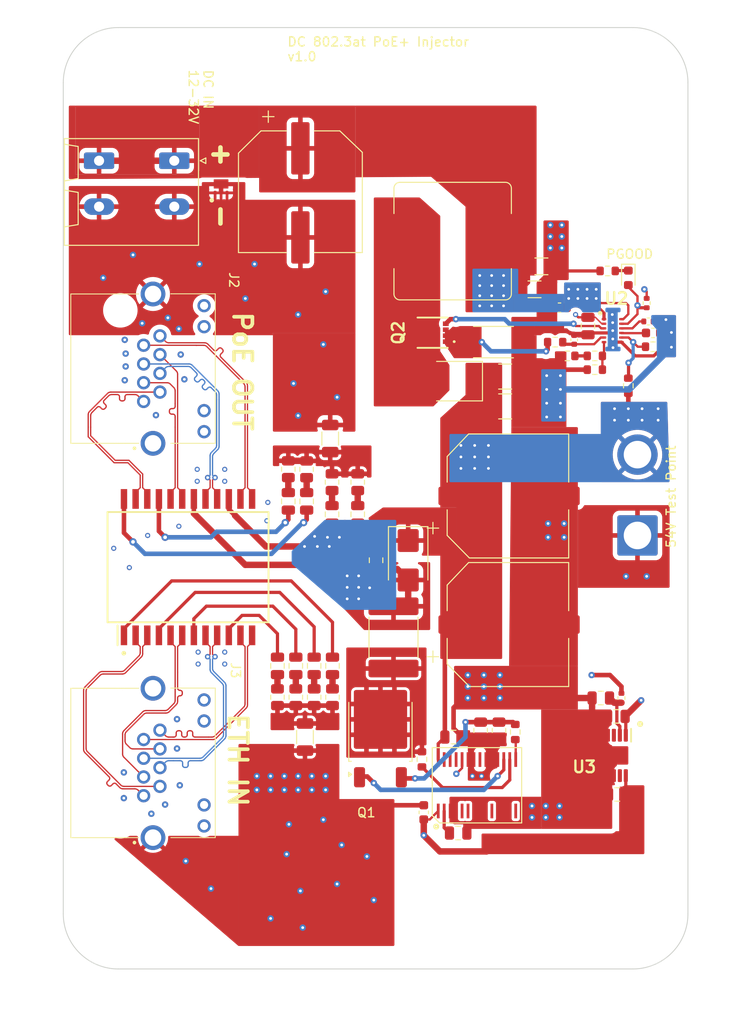
<source format=kicad_pcb>
(kicad_pcb (version 20240108) (generator "pcbnew") (generator_version "8.0")
  (layers (0 "F.Cu" signal) (1 "In1.Cu" signal) (2 "In2.Cu" signal) (31 "B.Cu" signal) (34 "B.Paste" user) (35 "F.Paste" user) (36 "B.SilkS" user "B.Silkscreen") (37 "F.SilkS" user "F.Silkscreen") (38 "B.Mask" user) (39 "F.Mask" user) (44 "Edge.Cuts" user))
  (net 0 "")
  (net 1 "POE_45")
  (net 2 "+3.3V")
  (net 3 "POE_78")
  (net 4 "POE_12")
  (net 5 "Net-(C4-Pad2)")
  (net 6 "POE_36")
  (net 7 "Net-(C5-Pad2)")
  (net 8 "Net-(C6-Pad2)")
  (net 9 "Net-(C7-Pad2)")
  (net 10 "VCC")
  (net 11 "Net-(C12-Pad1)")
  (net 12 "Net-(U2-COMP)")
  (net 13 "Net-(D3-A)")
  (net 14 "/CH1_DRAIN")
  (net 15 "/Connectors/POE_Eth_36_N")
  (net 17 "/Connectors/POE_Eth_45_P")
  (net 18 "/Connectors/POE_Eth_45_N")
  (net 21 "/Connectors/POE_Eth_78_P")
  (net 22 "/Connectors/POE_Eth_12_P")
  (net 23 "/Connectors/POE_Eth_12_N")
  (net 24 "/Connectors/POE_Eth_78_N")
  (net 25 "/Connectors/POE_Eth_36_P")
  (net 27 "GND")
  (net 28 "Net-(U3-EN)")
  (net 33 "/CH1_GATE")
  (net 34 "/CH1_SEN")
  (net 35 "Net-(U1-DRAIN1)")
  (net 36 "Net-(U1-SEN1)")
  (net 37 "/Power/VCC_BOOST")
  (net 38 "/Power/PGOOD_BOOST")
  (net 39 "Net-(U2-FB)")
  (net 40 "Net-(U2-CS)")
  (net 41 "Net-(Q2-S)")
  (net 42 "Net-(U2-RT)")
  (net 43 "Net-(T1-TCT4)")
  (net 44 "Net-(T1-TCT3)")
  (net 45 "Net-(T1-TCT2)")
  (net 46 "Net-(T1-TCT1)")
  (net 55 "Net-(Q2-G)")
  (net 56 "Net-(U2-SS)")
  (net 59 "Net-(D4-K)")
  (net 60 "Net-(C8-Pad2)")
  (net 61 "Net-(C9-Pad2)")
  (net 62 "Net-(C10-Pad2)")
  (net 63 "Net-(C11-Pad2)")
  (net 64 "Net-(C13-Pad1)")
  (net 65 "Net-(C25-Pad2)")
  (net 66 "/Connectors/EthIN_36_N")
  (net 67 "/Connectors/EthIN_12_P")
  (net 68 "/Connectors/EthIN_45_P")
  (net 69 "/Connectors/EthIN_45_N")
  (net 70 "/Connectors/EthIN_78_N")
  (net 71 "/Connectors/EthIN_36_P")
  (net 72 "/Connectors/EthIN_12_N")
  (net 73 "/Connectors/EthIN_78_P")
  (net 74 "Net-(U1-~{RESET})")
  (footprint "CakeKiCadLib:SM51625EL" (layer "F.Cu") (at 61.5 109.75 90)
    (property "Reference" "T1" (hide yes))
    (property "Value" "SM51625EL" (hide yes))
  )
  (footprint "Capacitor_SMD:C_0805_2012Metric" (layer "F.Cu") (at 82 109 90)
    (property "Reference" "C3" (hide yes))
    (property "Value" "100n, 100V" (hide yes))
  )
  (footprint "Resistor_SMD:R_0805_2012Metric" (layer "F.Cu") (at 71.25 123.9125 -90)
    (property "Reference" "R9" (hide yes))
    (property "Value" "75" (hide yes))
  )
  (footprint "Resistor_SMD:R_0402_1005Metric" (layer "F.Cu") (at 108.75 124 -90)
    (property "Reference" "R21" (hide yes))
    (property "Value" "48k7" (hide yes))
  )
  (footprint "Fuse:Fuse_2920_7451Metric" (layer "F.Cu") (at 83.9 117.4 90)
    (property "Reference" "F1" (hide yes))
    (property "Value" "2920L110/60MR" (hide yes))
  )
  (footprint "Resistor_SMD:R_2512_6332Metric" (layer "F.Cu") (at 94.8 85.25)
    (property "Reference" "R16" (hide yes))
    (property "Value" "15m" (hide yes))
  )
  (footprint "MountingHole:MountingHole_3.2mm_M3" (layer "F.Cu") (at 56 57)
    (property "Reference" "H3" (hide yes))
    (property "Value" "MountingHole" (hide yes))
  )
  (footprint "Capacitor_SMD:C_1210_3225Metric" (layer "F.Cu") (at 96.075 92.25)
    (property "Reference" "C19" (hide yes))
    (property "Value" "4u7 100V" (hide yes))
  )
  (footprint "Resistor_SMD:R_0805_2012Metric" (layer "F.Cu") (at 80 100.5 90)
    (property "Reference" "R7" (hide yes))
    (property "Value" "75" (hide yes))
  )
  (footprint "Connector_Wire:SolderWire-2.5sqmm_1x02_P8.8mm_D2.4mm_OD4.4mm" (layer "F.Cu") (at 110.5 106.3 90)
    (property "Reference" "J4" (hide yes))
    (property "Value" "54V Test Points")
  )
  (footprint "Capacitor_SMD:C_0603_1608Metric" (layer "F.Cu") (at 112.2 84.25 180)
    (property "Reference" "C24" (hide yes))
    (property "Value" "470n 25V" (hide yes))
  )
  (footprint "Capacitor_SMD:C_1206_3216Metric" (layer "F.Cu") (at 99.275 79.5)
    (property "Reference" "C16" (hide yes))
    (property "Value" "4u7" (hide yes))
  )
  (footprint "Capacitor_SMD:C_0805_2012Metric" (layer "F.Cu") (at 108.3 134.5 180)
    (property "Reference" "C28" (hide yes))
    (property "Value" "10u" (hide yes))
  )
  (footprint "CakeKiCadLib:CP_Elec_12.5x13.5" (layer "F.Cu") (at 96.5 102 180)
    (property "Reference" "C20" (hide yes))
    (property "Value" "68u 100V" (hide yes))
  )
  (footprint "LED_SMD:LED_0603_1608Metric" (layer "F.Cu") (at 109.5 78.25 -90)
    (property "Reference" "D4" (hide yes))
    (property "Value" "LED" (hide yes))
  )
  (footprint "Capacitor_SMD:C_1206_3216Metric" (layer "F.Cu") (at 77 95.75 90)
    (property "Reference" "C12" (hide yes))
    (property "Value" "1n 2kV" (hide yes))
  )
  (footprint "CakeKiCadLib:DSS0012x" (layer "F.Cu") (at 107.8 84 -90)
    (property "Reference" "U2")
    (property "Value" "LM5155QDSSRQ1" (hide yes))
  )
  (footprint "Capacitor_SMD:C_0805_2012Metric" (layer "F.Cu") (at 77.2 104 90)
    (property "Reference" "C7" (hide yes))
    (property "Value" "10n 200V" (hide yes))
  )
  (footprint "Resistor_SMD:R_0805_2012Metric" (layer "F.Cu") (at 73.25 123.9125 -90)
    (property "Reference" "R10" (hide yes))
    (property "Value" "75" (hide yes))
  )
  (footprint "Capacitor_SMD:C_1206_3216Metric" (layer "F.Cu") (at 74.25 128.25 -90)
    (property "Reference" "C13" (hide yes))
    (property "Value" "1n 2kV" (hide yes))
  )
  (footprint "Resistor_SMD:R_0603_1608Metric" (layer "F.Cu") (at 87 130.675 -90)
    (property "Reference" "R1" (hide yes))
    (property "Value" "47" (hide yes))
  )
  (footprint "Resistor_SMD:R_0603_1608Metric" (layer "F.Cu") (at 97.175 127.7 -90)
    (property "Reference" "R4" (hide yes))
    (property "Value" "22.1" (hide yes))
  )
  (footprint "Capacitor_SMD:C_0805_2012Metric" (layer "F.Cu") (at 106.5 124)
    (property "Reference" "C29" (hide yes))
    (property "Value" "1u" (hide yes))
  )
  (footprint "MountingHole:MountingHole_3.2mm_M3" (layer "F.Cu") (at 110 147.5)
    (property "Reference" "H2" (hide yes))
    (property "Value" "MountingHole" (hide yes))
  )
  (footprint "Capacitor_SMD:C_1206_3216Metric" (layer "F.Cu") (at 100.025 77)
    (property "Reference" "C15" (hide yes))
    (property "Value" "4u7" (hide yes))
  )
  (footprint "Resistor_SMD:R_0402_1005Metric" (layer "F.Cu") (at 111.5 81 -90)
    (property "Reference" "R13" (hide yes))
    (property "Value" "48k7" (hide yes))
  )
  (footprint "MountingHole:MountingHole_3.2mm_M3" (layer "F.Cu") (at 110 57)
    (property "Reference" "H1" (hide yes))
    (property "Value" "MountingHole" (hide yes))
  )
  (footprint "Capacitor_SMD:C_0805_2012Metric" (layer "F.Cu") (at 108.2 126 180)
    (property "Reference" "C27" (hide yes))
    (property "Value" "10u" (hide yes))
  )
  (footprint "Resistor_SMD:R_0805_2012Metric" (layer "F.Cu") (at 72.432327 99.086718 90)
    (property "Reference" "R6" (hide yes))
    (property "Value" "75" (hide yes))
  )
  (footprint "Capacitor_SMD:C_0805_2012Metric" (layer "F.Cu") (at 74.432327 102.586718 90)
    (property "Reference" "C4" (hide yes))
    (property "Value" "10n 200V" (hide yes))
  )
  (footprint "Resistor_SMD:R_0805_2012Metric" (layer "F.Cu") (at 95.4 127.5375 -90)
    (property "Reference" "R2" (hide yes))
    (property "Value" "510m 1%" (hide yes))
  )
  (footprint "Inductor_SMD:L_TaiTech_TMPC1265_13.5x12.5mm" (layer "F.Cu") (at 90.35 74.25 180)
    (property "Reference" "L1" (hide yes))
    (property "Value" "9A 22uH 37mOhm TMPC1265HP-220MG-D" (hide yes))
  )
  (footprint "Resistor_SMD:R_0603_1608Metric" (layer "F.Cu") (at 112.2 85.75)
    (property "Reference" "R18" (hide yes))
    (property "Value" "2k26" (hide yes))
  )
  (footprint "Capacitor_SMD:C_0805_2012Metric" (layer "F.Cu") (at 90.95 138.7 180)
    (property "Reference" "C30" (hide yes))
    (property "Value" "1u" (hide yes))
  )
  (footprint "Capacitor_SMD:C_0805_2012Metric" (layer "F.Cu") (at 71.25 120.5 -90)
    (property "Reference" "C8" (hide yes))
    (property "Value" "10n 200V" (hide yes))
  )
  (footprint "Resistor_SMD:R_0603_1608Metric" (layer "F.Cu") (at 105.85 88.25)
    (property "Reference" "C23" (hide yes))
    (property "Value" "1n5" (hide yes))
  )
  (footprint "Resistor_SMD:R_0603_1608Metric" (layer "F.Cu") (at 101.525 85.25)
    (property "Reference" "R15" (hide yes))
    (property "Value" "100" (hide yes))
  )
  (footprint "Resistor_SMD:R_0805_2012Metric" (layer "F.Cu") (at 77.25 123.9125 -90)
    (property "Reference" "R12" (hide yes))
    (property "Value" "75" (hide yes))
  )
  (footprint "CakeKiCadLib:DGN0008G" (layer "F.Cu") (at 108.25 130.25 180)
    (property "Reference" "U3")
    (property "Value" "TPS7B8233QDGNRQ1" (hide yes))
  )
  (footprint "CakeKiCadLib:CSD19537Q3T" (layer "F.Cu") (at 88.165 84.225 90)
    (property "Reference" "Q2")
    (property "Value" "CSD19537Q3T" (hide yes))
  )
  (footprint "Capacitor_SMD:C_0805_2012Metric" (layer "F.Cu") (at 73.25 120.5 -90)
    (property "Reference" "C9" (hide yes))
    (property "Value" "10n 200V" (hide yes))
  )
  (footprint "CakeKiCadLib:TO-252-2-JLCPCB" (layer "F.Cu") (at 82.475 128.4 180)
    (property "Reference" "Q1")
    (property "Value" "IRLR3410TRPBF")
  )
  (footprint "Capacitor_SMD:C_1210_3225Metric" (layer "F.Cu") (at 96.075 89)
    (property "Reference" "C18" (hide yes))
    (property "Value" "4u7 100V" (hide yes))
  )
  (footprint "CakeKiCadLib:R-RJ45R08P-C000" (layer "F.Cu") (at 57.68 88.14 -90)
    (property "Reference" "J2")
    (property "Value" "R-RJ45R08P-C000")
  )
  (footprint "Capacitor_SMD:C_0603_1608Metric" (layer "F.Cu") (at 102 81.5 180)
    (property "Reference" "C17" (hide yes))
    (property "Value" "10n" (hide yes))
  )
  (footprint "CakeKiCadLib:D_SMBflat" (layer "F.Cu") (at 90.6 89.5 180)
    (property "Reference" "D3" (hide yes))
    (property "Value" "STPS3H100UF" (hide yes))
  )
  (footprint "CakeKiCadLib:TPS23861" (layer "F.Cu") (at 93 133.5)
    (property "Reference" "U1" (hide yes))
    (property "Value" "TPS23861")
  )
  (footprint "Resistor_SMD:R_0603_1608Metric" (layer "F.Cu") (at 109.5 90 90)
    (property "Reference" "R14" (hide yes))
    (property "Value" "120k" (hide yes))
  )
  (footprint "Capacitor_SMD:C_0805_2012Metric" (layer "F.Cu") (at 90.45 128.25 180)
    (property "Reference" "C1" (hide yes))
    (property "Value" "100n, 100V" (hide yes))
  )
  (footprint "Resistor_SMD:R_0603_1608Metric" (layer "F.Cu") (at 105.85 86.75)
    (property "Reference" "R19" (hide yes))
    (property "Value" "5k76" (hide yes))
  )
  (footprint "Resistor_SMD:R_0402_1005Metric" (layer "F.Cu") (at 111.7 83 180)
    (property "Reference" "R17" (hide yes))
    (property "Value" "48k7" (hide yes))
  )
  (footprint "Capacitor_SMD:C_0603_1608Metric" (layer "F.Cu") (at 87.2 136.45 -90)
    (property "Reference" "C2" (hide yes))
    (property "Value" "100n, 50V" (hide yes))
  )
  (footprint "Resistor_SMD:R_0805_2012Metric" (layer "F.Cu") (at 77.2 100.5 90)
    (property "Reference" "R8" (hide yes))
    (property "Value" "75" (hide yes))
  )
  (footprint "Resistor_SMD:R_0805_2012Metric" (layer "F.Cu") (at 93.4 127.5375 -90)
    (property "Reference" "R3" (hide yes))
    (property "Value" "510m 1%" (hide yes))
  )
  (footprint "Capacitor_SMD:C_0805_2012Metric" (layer "F.Cu") (at 72.432327 102.586718 90)
    (property "Reference" "C5" (hide yes))
    (property "Value" "10n 200V" (hide yes))
  )
  (footprint "CakeKiCadLib:CP_Elec_12.5x13.5" (layer "F.Cu") (at 73.75 69 90)
    (property "Reference" "C14" (hide yes))
    (property "Value" "68u" (hide yes))
  )
  (footprint "Capacitor_SMD:C_0805_2012Metric" (layer "F.Cu") (at 77.25 120.5 -90)
    (property "Reference" "C11" (hide yes))
    (property "Value" "10n 200V" (hide yes))
  )
  (footprint "CakeKiCadLib:R-RJ45R08P-C000" (layer "F.Cu") (at 57.68 131.07 -90)
    (property "Reference" "J3")
    (property "Value" "R-RJ45R08P-C000")
  )
  (footprint "Resistor_SMD:R_0805_2012Metric" (layer "F.Cu") (at 74.425235 99.097782 90)
    (property "Reference" "R5" (hide yes))
    (property "Value" "75" (hide yes))
  )
  (footprint "Capacitor_SMD:C_0402_1005Metric" (layer "F.Cu") (at 103.6 85 90)
    (property "Reference" "C22" (hide yes))
    (property "Value" "100p" (hide yes))
  )
  (footprint "Resistor_SMD:R_0603_1608Metric" (layer "F.Cu") (at 102.85 86.75)
    (property "Reference" "C25" (hide yes))
    (property "Value" "100n" (hide yes))
  )
  (footprint "Capacitor_SMD:C_0805_2012Metric" (layer "F.Cu") (at 105.1 83.5 90)
    (property "Reference" "C26" (hide yes))
    (property "Value" "1u" (hide yes))
  )
  (footprint "MountingHole:MountingHole_3.2mm_M3" (layer "F.Cu") (at 56 147.5)
    (property "Reference" "H4" (hide yes))
    (property "Value" "MountingHole" (hide yes))
  )
  (footprint "Resistor_SMD:R_0805_2012Metric" (layer "F.Cu") (at 75.25 123.9125 -90)
    (property "Reference" "R11" (hide yes))
    (property "Value" "75" (hide yes))
  )
  (footprint "Capacitor_SMD:C_0805_2012Metric" (layer "F.Cu") (at 75.25 120.5 -90)
    (property "Reference" "C10" (hide yes))
    (property "Value" "10n 200V" (hide yes))
  )
  (footprint "Capacitor_SMD:C_0805_2012Metric" (layer "F.Cu") (at 80 104 90)
    (property "Reference" "C6" (hide yes))
    (property "Value" "10n 200V" (hide yes))
  )
  (footprint "Diode_SMD:D_SMB" (layer "F.Cu") (at 85.5 109 -90)
    (property "Reference" "D1" (hide yes))
    (property "Value" "SMBJ58A 58V" (hide yes))
  )
  (footprint "Resistor_SMD:R_0603_1608Metric" (layer "F.Cu") (at 107.25 77.5 180)
    (property "Reference" "R20" (hide yes))
    (property "Value" "2k26" (hide yes))
  )
  (footprint "Connector_Phoenix_SPT:PhoenixContact_SPT_2.5_2-H-5.0_1x02_P5.0mm_Horizontal" (layer "F.Cu") (at 60 65.5 -90)
    (property "Reference" "J1" (hide yes))
    (property "Value" "PWR IN")
  )
  (footprint "CakeKiCadLib:CP_Elec_12.5x13.5" (layer "F.Cu") (at 96.5 116 180)
    (property "Reference" "C21" (hide yes))
    (property "Value" "68u 100V" (hide yes))
  )
  (footprint "CakeKiCadLib:DRV0006A" (layer "F.Cu") (at 65.1 68.025 90)
    (property "Reference" "D2" (hide yes))
    (property "Value" "TVS3300DRVx" (hide yes))
  )
  (gr_line (start 116 147.5) (end 116 57) (stroke (width 0.1)) (layer "Edge.Cuts"))
  (gr_arc (start 116 147.5) (mid 114.242641 151.742641) (end 110 153.5) (stroke (width 0.1)) (layer "Edge.Cuts"))
  (gr_line (start 53.9 153.5) (end 110 153.5) (stroke (width 0.1)) (layer "Edge.Cuts"))
  (gr_arc (start 110 51) (mid 114.242641 52.757359) (end 116 57) (stroke (width 0.1)) (layer "Edge.Cuts"))
  (gr_arc (start 53.9 153.5) (mid 49.657359 151.742641) (end 47.9 147.5) (stroke (width 0.1)) (layer "Edge.Cuts"))
  (gr_arc (start 47.9 57) (mid 49.657359 52.757359) (end 53.9 51) (stroke (width 0.1)) (layer "Edge.Cuts"))
  (gr_line (start 47.9 147.5) (end 47.9 57) (stroke (width 0.1)) (layer "Edge.Cuts"))
  (gr_line (start 110 51) (end 53.9 51) (stroke (width 0.1)) (layer "Edge.Cuts"))
  (gr_text "DC 802.3at PoE+ Injector\nv1.0 " (at 72.25 54.75 0) (layer "F.SilkS") (effects (font (size 1 1) (thickness 0.153)) (justify left bottom)))
  (gr_text "54V Test Point" (at 114.75 107.75 90) (layer "F.SilkS") (effects (font (size 1 1) (thickness 0.153)) (justify left bottom)))
  (gr_text "DC IN\n12-32V" (at 61.5 55.5 270) (layer "F.SilkS") (effects (font (size 1 1) (thickness 0.153)) (justify left bottom)))
  (gr_text "PGOOD" (at 107 76.25 0) (layer "F.SilkS") (effects (font (size 1 1) (thickness 0.153)) (justify left bottom)))
  (gr_text "PoE OUT" (at 66.25 81.75 270) (layer "F.SilkS") (effects (font (size 2 2) (thickness 0.4) (bold yes)) (justify left bottom)))
  (gr_text "ETH IN" (at 65.75 125.5 270) (layer "F.SilkS") (effects (font (size 2 2) (thickness 0.4) (bold yes)) (justify left bottom)))
  (gr_text "-" (at 64 70 270) (layer "F.SilkS") (effects (font (size 2 2) (thickness 0.5) (bold yes)) (justify left bottom)))
  (gr_text "+" (at 64 63.25 270) (layer "F.SilkS") (effects (font (size 2 2) (thickness 0.5) (bold yes)) (justify left bottom)))
  (segment (start 77.5 109.5) (end 80 107) (width 0.7) (layer "F.Cu") (net 1))
  (segment (start 80 107) (end 80 104.95) (width 0.7) (layer "F.Cu") (net 1))
  (segment (start 62.135 103.9) (end 67.735 109.5) (width 0.7) (layer "F.Cu") (net 1))
  (segment (start 89.5 128.25) (end 89.5 118.15) (width 0.5) (layer "F.Cu") (net 1))
  (segment (start 89.5 118.15) (end 91.65 116) (width 0.5) (layer "F.Cu") (net 1))
  (segment (start 67.735 109.5) (end 77.5 109.5) (width 0.7) (layer "F.Cu") (net 1))
  (segment (start 62.135 102.325) (end 62.135 103.9) (width 0.5) (layer "F.Cu") (net 1))
  (segment (start 109.5 92.5) (end 109.5 90.825) (width 0.5) (layer "F.Cu") (net 1))
  (segment (start 88.775 130.7) (end 88.775 128.975) (width 0.35) (layer "F.Cu") (net 1))
  (segment (start 88.775 128.975) (end 89.5 128.25) (width 0.35) (layer "F.Cu") (net 1))
  (via (at 108 93.75) (size 0.7) (drill 0.3) (layers "F.Cu" "B.Cu") (net 1))
  (via (at 109.5 92.5) (size 0.7) (drill 0.3) (layers "F.Cu" "B.Cu") (net 1))
  (via (at 108 92.5) (size 0.7) (drill 0.3) (layers "F.Cu" "B.Cu") (net 1))
  (via (at 112.75 93.75) (size 0.7) (drill 0.3) (layers "F.Cu" "B.Cu") (net 1))
  (via (at 109.5 93.75) (size 0.7) (drill 0.3) (layers "F.Cu" "B.Cu") (net 1))
  (via (at 112.75 92.5) (size 0.7) (drill 0.3) (layers "F.Cu" "B.Cu") (net 1))
  (via (at 94.25 96.5) (size 0.7) (drill 0.3) (layers "F.Cu" "B.Cu") (net 1))
  (via (at 91.25 96.5) (size 0.7) (drill 0.3) (layers "F.Cu" "B.Cu") (net 1))
  (via (at 94.25 97.75) (size 0.7) (drill 0.3) (layers "F.Cu" "B.Cu") (net 1))
  (via (at 92.75 99) (size 0.7) (drill 0.3) (layers "F.Cu" "B.Cu") (net 1))
  (via (at 111 93.75) (size 0.7) (drill 0.3) (layers "F.Cu" "B.Cu") (net 1))
  (via (at 91.25 97.75) (size 0.7) (drill 0.3) (layers "F.Cu" "B.Cu") (net 1))
  (via (at 94.25 99) (size 0.7) (drill 0.3) (layers "F.Cu" "B.Cu") (net 1))
  (via (at 92.75 96.5) (size 0.7) (drill 0.3) (layers "F.Cu" "B.Cu") (net 1))
  (via (at 111 92.5) (size 0.7) (drill 0.3) (layers "F.Cu" "B.Cu") (net 1))
  (via (at 92.75 97.75) (size 0.7) (drill 0.3) (layers "F.Cu" "B.Cu") (net 1))
  (via (at 91.25 99) (size 0.7) (drill 0.3) (layers "F.Cu" "B.Cu") (net 1))
  (segment (start 87.2 138.95) (end 87.2 137.225) (width 0.7) (layer "F.Cu") (net 2))
  (segment (start 94.05 140.7) (end 88.95 140.7) (width 0.7) (layer "F.Cu") (net 2))
  (segment (start 109.225 132.45) (end 109.225 134.475) (width 0.35) (layer "F.Cu") (net 2))
  (segment (start 87.85 137.225) (end 87.2 137.225) (width 0.25) (layer "F.Cu") (net 2))
  (segment (start 90.75 132.25) (end 91.375 131.625) (width 0.25) (layer "F.Cu") (net 2))
  (segment (start 88.95 140.7) (end 87.2 138.95) (width 0.7) (layer "F.Cu") (net 2))
  (segment (start 109.225 134.475) (end 109.25 134.5) (width 0.35) (layer "F.Cu") (net 2))
  (segment (start 91.375 131.625) (end 91.375 130.7) (width 0.25) (layer "F.Cu") (net 2))
  (segment (start 94.25 140.5) (end 94.05 140.7) (width 0.7) (layer "F.Cu") (net 2))
  (segment (start 88.775 136.3) (end 87.85 137.225) (width 0.25) (layer "F.Cu") (net 2))
  (via (at 87.2 138.95) (size 0.7) (drill 0.3) (layers "F.Cu" "B.Cu") (net 2))
  (via (at 90.75 132.25) (size 0.7) (drill 0.3) (layers "F.Cu" "B.Cu") (net 2))
  (segment (start 66.625 104.125) (end 65.945 103.445) (width 0.5) (layer "F.Cu") (net 3))
  (segment (start 81.95 110) (end 82 109.95) (width 0.5) (layer "F.Cu") (net 3))
  (segment (start 85.5 111.15) (end 85.5 113.6125) (width 0.7) (layer "F.Cu") (net 3))
  (segment (start 65.945 103.445) (end 65.945 102.325) (width 0.5) (layer "F.Cu") (net 3))
  (segment (start 74.2 107.5) (end 70 107.5) (width 0.7) (layer "F.Cu") (net 3))
  (segment (start 85.5 113.6125) (end 85 114.1125) (width 0.5) (layer "F.Cu") (net 3))
  (segment (start 84.3 109.95) (end 85.5 111.15) (width 0.7) (layer "F.Cu") (net 3))
  (segment (start 70 107.5) (end 66.625 104.125) (width 0.7) (layer "F.Cu") (net 3))
  (segment (start 82 109.95) (end 84.3 109.95) (width 0.7) (layer "F.Cu") (net 3))
  (via (at 81.3 112) (size 0.7) (drill 0.3) (layers "F.Cu" "B.Cu") (net 3))
  (via (at 80.1 110.7) (size 0.7) (drill 0.3) (layers "F.Cu" "B.Cu") (net 3))
  (via (at 80.1 113.2) (size 0.7) (drill 0.3) (layers "F.Cu" "B.Cu") (net 3))
  (via (at 78 106.5) (size 0.7) (drill 0.3) (layers "F.Cu" "B.Cu") (net 3))
  (via (at 80.1 111.95) (size 0.7) (drill 0.3) (layers "F.Cu" "B.Cu") (net 3))
  (via (at 76.9 107.5) (size 0.7) (drill 0.3) (layers "F.Cu" "B.Cu") (net 3))
  (via (at 76.7 106.5) (size 0.7) (drill 0.3) (layers "F.Cu" "B.Cu") (net 3))
  (via (at 75.6 107.5) (size 0.7) (drill 0.3) (layers "F.Cu" "B.Cu") (net 3))
  (via (at 78.85 110.7) (size 0.7) (drill 0.3) (layers "F.Cu" "B.Cu") (net 3))
  (via (at 78.85 111.95) (size 0.7) (drill 0.3) (layers "F.Cu" "B.Cu") (net 3))
  (via (at 75.3 106.4) (size 0.7) (drill 0.3) (layers "F.Cu" "B.Cu") (net 3))
  (via (at 78.85 113.2) (size 0.7) (drill 0.3) (layers "F.Cu" "B.Cu") (net 3))
  (via (at 74.2 107.5) (size 0.7) (drill 0.3) (layers "F.Cu" "B.Cu") (net 3))
  (segment (start 54.515 106.015) (end 55.5 107) (width 0.5) (layer "F.Cu") (net 4))
  (segment (start 54.515 102.325) (end 54.515 106.015) (width 0.5) (layer "F.Cu") (net 4))
  (segment (start 74.432327 104.567673) (end 74.432327 103.536718) (width 0.5) (layer "F.Cu") (net 4))
  (segment (start 74.1 104.9) (end 74.432327 104.567673) (width 0.5) (layer "F.Cu") (net 4))
  (via (at 55.5 107) (size 0.8) (drill 0.4) (layers "F.Cu" "B.Cu") (net 4))
  (via (at 74.1 104.9) (size 0.8) (drill 0.4) (layers "F.Cu" "B.Cu") (net 4))
  (segment (start 74 104.9) (end 70.6 108.3) (width 0.5) (layer "B.Cu") (net 4))
  (segment (start 74.1 104.9) (end 74 104.9) (width 0.5) (layer "B.Cu") (net 4))
  (segment (start 70.6 108.3) (end 56.8 108.3) (width 0.5) (layer "B.Cu") (net 4))
  (segment (start 56.8 108.3) (end 55.5 107) (width 0.5) (layer "B.Cu") (net 4))
  (segment (start 74.432327 100.017374) (end 74.425235 100.010282) (width 0.7) (layer "F.Cu") (net 5))
  (segment (start 74.432327 101.636718) (end 74.432327 100.017374) (width 0.7) (layer "F.Cu") (net 5))
  (segment (start 72.1 104.9) (end 72.432327 104.567673) (width 0.5) (layer "F.Cu") (net 6))
  (segment (start 58.325 102.325) (end 58.325 105.825) (width 0.5) (layer "F.Cu") (net 6))
  (segment (start 72.432327 104.567673) (end 72.432327 103.536718) (width 0.5) (layer "F.Cu") (net 6))
  (segment (start 58.325 105.825) (end 59 106.5) (width 0.5) (layer "F.Cu") (net 6))
  (via (at 59 106.5) (size 0.8) (drill 0.4) (layers "F.Cu" "B.Cu") (net 6))
  (via (at 72.1 104.9) (size 0.8) (drill 0.4) (layers "F.Cu" "B.Cu") (net 6))
  (segment (start 59 106.5) (end 64 106.5) (width 0.5) (layer "B.Cu") (net 6))
  (segment (start 64 106.5) (end 64.6 105.9) (width 0.5) (layer "B.Cu") (net 6))
  (segment (start 71.1 105.9) (end 72.1 104.9) (width 0.5) (layer "B.Cu") (net 6))
  (segment (start 64.6 105.9) (end 71.1 105.9) (width 0.5) (layer "B.Cu") (net 6))
  (segment (start 72.432327 101.636718) (end 72.432327 99.999218) (width 0.7) (layer "F.Cu") (net 7))
  (segment (start 80 101.4125) (end 80 103.05) (width 0.7) (layer "F.Cu") (net 8))
  (segment (start 77.2 101.4125) (end 77.2 103.05) (width 0.7) (layer "F.Cu") (net 9))
  (segment (start 70.925 66.975) (end 62.475 66.975) (width 0.7) (layer "F.Cu") (net 10))
  (segment (start 61 65.5) (end 60 65.5) (width 0.7) (layer "F.Cu") (net 10))
  (segment (start 51.8 65.5) (end 60 65.5) (width 0.7) (layer "F.Cu") (net 10))
  (segment (start 109.225 128.05) (end 109.225 126.075) (width 0.35) (layer "F.Cu") (net 10))
  (segment (start 109.25 81) (end 106.5 81) (width 0.25) (layer "F.Cu") (net 10))
  (segment (start 108.75 82.75) (end 108.95 82.75) (width 0.25) (layer "F.Cu") (net 10))
  (segment (start 106.85 82.1) (end 106 81.25) (width 0.35) (layer "F.Cu") (net 10))
  (segment (start 98.55 78.75) (end 97.8 79.5) (width 0.5) (layer "F.Cu") (net 10))
  (segment (start 108.95 82.75) (end 109.5 82.2) (width 0.25) (layer "F.Cu") (net 10))
  (segment (start 95.9 74.25) (end 95.9 74.35) (width 0.5) (layer "F.Cu") (net 10))
  (segment (start 109.5 81.25) (end 109.25 81) (width 0.25) (layer "F.Cu") (net 10))
  (segment (start 109.5 82.2) (end 109.5 81.25) (width 0.25) (layer "F.Cu") (net 10))
  (segment (start 109.225 126.075) (end 109.15 126) (width 0.35) (layer "F.Cu") (net 10))
  (segment (start 106.85 82.75) (end 106.85 82.1) (width 0.35) (layer "F.Cu") (net 10))
  (segment (start 106.5 81) (end 106 80.5) (width 0.25) (layer "F.Cu") (net 10))
  (segment (start 110.9 124.25) (end 109.15 126) (width 0.7) (layer "F.Cu") (net 10))
  (segment (start 98.55 77) (end 98.55 78.75) (width 0.5) (layer "F.Cu") (net 10))
  (via (at 95.9 79.1) (size 0.7) (drill 0.3) (layers "F.Cu" "B.Cu") (net 10))
  (via (at 95.9 80.2) (size 0.7) (drill 0.3) (layers "F.Cu" "B.Cu") (net 10))
  (via (at 95.9 81.3) (size 0.7) (drill 0.3) (layers "F.Cu" "B.Cu") (net 10))
  (via (at 106 79.5) (size 0.56) (drill 0.3) (layers "F.Cu" "B.Cu") (net 10))
  (via (at 93.3 78) (size 0.7) (drill 0.3) (layers "F.Cu" "B.Cu") (net 10))
  (via (at 110.9 124.25) (size 0.7) (drill 0.3) (layers "F.Cu" "B.Cu") (net 10))
  (via (at 104 79.5) (size 0.56) (drill 0.3) (layers "F.Cu" "B.Cu") (net 10))
  (via (at 94.6 79.1) (size 0.7) (drill 0.3) (layers "F.Cu" "B.Cu") (net 10))
  (via (at 93.3 79.1) (size 0.7) (drill 0.3) (layers "F.Cu" "B.Cu") (net 10))
  (via (at 103 80.5) (size 0.56) (drill 0.3) (layers "F.Cu" "B.Cu") (net 10))
  (via (at 103 79.5) (size 0.56) (drill 0.3) (layers "F.Cu" "B.Cu") (net 10))
  (via (at 93.3 80.2) (size 0.7) (drill 0.3) (layers "F.Cu" "B.Cu") (net 10))
  (via (at 104 80.5) (size 0.56) (drill 0.3) (layers "F.Cu" "B.Cu") (net 10))
  (via (at 106 80.5) (size 0.56) (drill 0.3) (layers "F.Cu" "B.Cu") (net 10))
  (via (at 94.6 81.3) (size 0.7) (drill 0.3) (layers "F.Cu" "B.Cu") (net 10))
  (via (at 93.3 81.3) (size 0.7) (drill 0.3) (layers "F.Cu" "B.Cu") (net 10))
  (via (at 105 80.5) (size 0.56) (drill 0.3) (layers "F.Cu" "B.Cu") (net 10))
  (via (at 95.9 78) (size 0.7) (drill 0.3) (layers "F.Cu" "B.Cu") (net 10))
  (via (at 105 79.5) (size 0.56) (drill 0.3) (layers "F.Cu" "B.Cu") (net 10))
  (via (at 94.6 80.2) (size 0.7) (drill 0.3) (layers "F.Cu" "B.Cu") (net 10))
  (via (at 94.6 78) (size 0.7) (drill 0.3) (layers "F.Cu" "B.Cu") (net 10))
  (segment (start 72.432327 98.174218) (end 74.414171 98.174218) (width 0.7) (layer "F.Cu") (net 11))
  (segment (start 74.414171 98.174218) (end 74.425235 98.185282) (width 0.7) (layer "F.Cu") (net 11))
  (segment (start 106.85 85.25) (end 106.85 86.575) (width 0.25) (layer "F.Cu") (net 12))
  (segment (start 106.85 86.575) (end 106.675 86.75) (width 0.25) (layer "F.Cu") (net 12))
  (segment (start 106.675 86.75) (end 106.675 88.25) (width 0.25) (layer "F.Cu") (net 12))
  (segment (start 60.217153 88.387153) (end 58.44 86.61) (width 0.1402) (layer "F.Cu") (net 15))
  (segment (start 60.865 101.6) (end 60.3636 101.0986) (width 0.1402) (layer "F.Cu") (net 15))
  (segment (start 60.3636 101.0986) (end 60.3636 88.740707) (width 0.1402) (layer "F.Cu") (net 15))
  (segment (start 60.865 102.325) (end 60.865 101.6) (width 0.1402) (layer "F.Cu") (net 15))
  (arc (start 60.3636 88.740707) (mid 60.32554 88.549365) (end 60.217153 88.387153) (width 0.1402) (layer "F.Cu") (net 15))
  (segment (start 63.405 101.6) (end 63.9064 101.0986) (width 0.1402) (layer "F.Cu") (net 17))
  (segment (start 63.9064 101.0986) (end 63.9064 100.2664) (width 0.1402) (layer "F.Cu") (net 17))
  (segment (start 63.9064 100.2664) (end 63.64 100) (width 0.1402) (layer "F.Cu") (net 17))
  (segment (start 63.405 102.325) (end 63.405 101.6) (width 0.1402) (layer "F.Cu") (net 17))
  (via (at 63.64 100) (size 0.6) (drill 0.3) (layers "F.Cu" "B.Cu") (net 17))
  (segment (start 63.9064 99.7336) (end 63.9064 97.611767) (width 0.1402) (layer "B.Cu") (net 17))
  (segment (start 64.6164 96.487553) (end 64.6164 91.5) (width 0.1402) (layer "B.Cu") (net 17))
  (segment (start 62.842589 89.370941) (end 62.694657 89.51887) (width 0.1402) (layer "B.Cu") (net 17))
  (segment (start 63.64 100) (end 63.9064 99.7336) (width 0.1402) (layer "B.Cu") (net 17))
  (segment (start 63.266852 89.455792) (end 63.182001 89.370941) (width 0.1402) (layer "B.Cu") (net 17))
  (segment (start 59.046354 88.043646) (end 58.44 88.65) (width 0.1402) (layer "B.Cu") (net 17))
  (segment (start 62.333472 88.522412) (end 61.873853 88.062793) (width 0.1402) (layer "B.Cu") (net 17))
  (segment (start 63.203844 90.367329) (end 63.118991 90.282476) (width 0.1402) (layer "B.Cu") (net 17))
  (segment (start 61.873853 88.062793) (end 61.854707 88.043647) (width 0.1402) (layer "B.Cu") (net 17))
  (segment (start 61.501153 87.8972) (end 59.399907 87.8972) (width 0.1402) (layer "B.Cu") (net 17))
  (segment (start 64.6164 91.5) (end 64.6164 91.012447) (width 0.1402) (layer "B.Cu") (net 17))
  (segment (start 62.418324 88.607264) (end 62.333472 88.522412) (width 0.1402) (layer "B.Cu") (net 17))
  (segment (start 64.469954 90.658894) (end 64.03053 90.21947) (width 0.1402) (layer "B.Cu") (net 17))
  (segment (start 63.118991 89.943064) (end 63.266852 89.795204) (width 0.1402) (layer "B.Cu") (net 17))
  (segment (start 62.355247 89.518871) (end 62.270394 89.434018) (width 0.1402) (layer "B.Cu") (net 17))
  (segment (start 64.052847 97.258213) (end 64.469954 96.841106) (width 0.1402) (layer "B.Cu") (net 17))
  (segment (start 62.270394 89.094606) (end 62.418323 88.946674) (width 0.1402) (layer "B.Cu") (net 17))
  (segment (start 63.691118 90.21947) (end 63.543256 90.367329) (width 0.1402) (layer "B.Cu") (net 17))
  (arc (start 64.469954 96.841106) (mid 64.57834 96.678894) (end 64.6164 96.487553) (width 0.1402) (layer "B.Cu") (net 17))
  (arc (start 64.6164 91.012447) (mid 64.57834 90.821106) (end 64.469954 90.658894) (width 0.1402) (layer "B.Cu") (net 17))
  (arc (start 61.854707 88.043647) (mid 61.692495 87.93526) (end 61.501153 87.8972) (width 0.1402) (layer "B.Cu") (net 17))
  (arc (start 62.418323 88.946674) (mid 62.488619 88.776969) (end 62.418324 88.607264) (width 0.1402) (layer "B.Cu") (net 17))
  (arc (start 63.543256 90.367329) (mid 63.373551 90.437625) (end 63.203844 90.367329) (width 0.1402) (layer "B.Cu") (net 17))
  (arc (start 63.118991 90.282476) (mid 63.048697 90.112771) (end 63.118991 89.943064) (width 0.1402) (layer "B.Cu") (net 17))
  (arc (start 62.270394 89.434018) (mid 62.200098 89.264311) (end 62.270394 89.094606) (width 0.1402) (layer "B.Cu") (net 17))
  (arc (start 62.694657 89.51887) (mid 62.524952 89.589166) (end 62.355247 89.518871) (width 0.1402) (layer "B.Cu") (net 17))
  (arc (start 63.182001 89.370941) (mid 63.012294 89.300645) (end 62.842589 89.370941) (width 0.1402) (layer "B.Cu") (net 17))
  (arc (start 63.266852 89.795204) (mid 63.337146 89.625497) (end 63.266852 89.455792) (width 0.1402) (layer "B.Cu") (net 17))
  (arc (start 63.9064 97.611767) (mid 63.94446 97.420425) (end 64.052847 97.258213) (width 0.1402) (layer "B.Cu") (net 17))
  (arc (start 64.03053 90.21947) (mid 63.860823 90.149174) (end 63.691118 90.21947) (width 0.1402) (layer "B.Cu") (net 17))
  (arc (start 59.399907 87.8972) (mid 59.208566 87.93526) (end 59.046354 88.043646) (width 0.1402) (layer "B.Cu") (net 17))
  (segment (start 64.1736 100.2664) (end 64.44 100) (width 0.1402) (layer "F.Cu") (net 18))
  (segment (start 64.1736 101.0986) (end 64.1736 100.2664) (width 0.1402) (layer "F.Cu") (net 18))
  (segment (start 64.675 101.6) (end 64.1736 101.0986) (width 0.1402) (layer "F.Cu") (net 18))
  (segment (start 64.675 102.325) (end 64.675 101.6) (width 0.1402) (layer "F.Cu") (net 18))
  (via (at 64.44 100) (size 0.6) (drill 0.3) (layers "F.Cu" "B.Cu") (net 18))
  (segment (start 64.320047 97.368893) (end 64.737154 96.951786) (width 0.1402) (layer "B.Cu") (net 18))
  (segment (start 64.737154 90.548214) (end 61.965387 87.776447) (width 0.1402) (layer "B.Cu") (net 18))
  (segment (start 61.611833 87.63) (end 56.66 87.63) (width 0.1402) (layer "B.Cu") (net 18))
  (segment (start 64.8836 91.5) (end 64.8836 90.901767) (width 0.1402) (layer "B.Cu") (net 18))
  (segment (start 64.8836 96.598233) (end 64.8836 91.5) (width 0.1402) (layer "B.Cu") (net 18))
  (segment (start 64.44 100) (end 64.1736 99.7336) (width 0.1402) (layer "B.Cu") (net 18))
  (segment (start 64.1736 99.7336) (end 64.1736 97.722447) (width 0.1402) (layer "B.Cu") (net 18))
  (arc (start 64.737154 96.951786) (mid 64.84554 96.789574) (end 64.8836 96.598233) (width 0.1402) (layer "B.Cu") (net 18))
  (arc (start 61.965387 87.776447) (mid 61.803175 87.66806) (end 61.611833 87.63) (width 0.1402) (layer "B.Cu") (net 18))
  (arc (start 64.8836 90.901767) (mid 64.84554 90.710426) (end 64.737154 90.548214) (width 0.1402) (layer "B.Cu") (net 18))
  (arc (start 64.320047 97.368893) (mid 64.21166 97.531105) (end 64.1736 97.722447) (width 0.1402) (layer "B.Cu") (net 18))
  (segment (start 67.215 101.6) (end 67.7164 101.0986) (width 0.1402) (layer "F.Cu") (net 21))
  (segment (start 62.40553 85.59447) (end 62.40106 85.59) (width 0.1402) (layer "F.Cu") (net 21))
  (segment (start 67.7164 101.0986) (end 67.7164 90.112447) (width 0.1402) (layer "F.Cu") (net 21))
  (segment (start 67.215 102.325) (end 67.215 101.6) (width 0.1402) (layer "F.Cu") (net 21))
  (segment (start 67.569953 89.758893) (end 63.551976 85.740916) (width 0.1402) (layer "F.Cu") (net 21))
  (segment (start 63.198423 85.59447) (end 62.40553 85.59447) (width 0.1402) (layer "F.Cu") (net 21))
  (segment (start 62.40106 85.59) (end 56.66 85.59) (width 0.1402) (layer "F.Cu") (net 21))
  (arc (start 67.7164 90.112447) (mid 67.67834 89.921105) (end 67.569953 89.758893) (width 0.1402) (layer "F.Cu") (net 21))
  (arc (start 63.551976 85.740916) (mid 63.389764 85.63253) (end 63.198423 85.59447) (width 0.1402) (layer "F.Cu") (net 21))
  (segment (start 50.762846 92.798214) (end 52.724613 90.836447) (width 0.1402) (layer "F.Cu") (net 22))
  (segment (start 55.785 101.6) (end 56.2864 101.0986) (width 0.1402) (layer "F.Cu") (net 22))
  (segment (start 50.6164 94.5) (end 50.6164 93.151767) (width 0.1402) (layer "F.Cu") (net 22))
  (segment (start 53.078167 90.69) (end 58.44 90.69) (width 0.1402) (layer "F.Cu") (net 22))
  (segment (start 54.94466 98.3836) (end 53.44466 98.3836) (width 0.1402) (layer "F.Cu") (net 22))
  (segment (start 50.6164 95.55534) (end 50.6164 94.5) (width 0.1402) (layer "F.Cu") (net 22))
  (segment (start 56.2864 101.0986) (end 56.2864 99.72534) (width 0.1402) (layer "F.Cu") (net 22))
  (segment (start 55.785 102.325) (end 55.785 101.6) (width 0.1402) (layer "F.Cu") (net 22))
  (segment (start 56.2864 99.72534) (end 54.94466 98.3836) (width 0.1402) (layer "F.Cu") (net 22))
  (segment (start 53.44466 98.3836) (end 50.6164 95.55534) (width 0.1402) (layer "F.Cu") (net 22))
  (arc (start 52.724613 90.836447) (mid 52.886825 90.72806) (end 53.078167 90.69) (width 0.1402) (layer "F.Cu") (net 22))
  (arc (start 50.6164 93.151767) (mid 50.65446 92.960426) (end 50.762846 92.798214) (width 0.1402) (layer "F.Cu") (net 22))
  (segment (start 52.358143 91.580793) (end 52.442998 91.495941) (width 0.1402) (layer "F.Cu") (net 23))
  (segment (start 52.506 92.068061) (end 52.358143 91.920204) (width 0.1402) (layer "F.Cu") (net 23))
  (segment (start 56.5536 99.61466) (end 55.05534 98.1164) (width 0.1402) (layer "F.Cu") (net 23))
  (segment (start 55.05534 98.1164) (end 53.55534 98.1164) (width 0.1402) (layer "F.Cu") (net 23))
  (segment (start 56.5536 101.0986) (end 56.5536 99.61466) (width 0.1402) (layer "F.Cu") (net 23))
  (segment (start 54.267974 91.646323) (end 54.387974 91.646323) (width 0.1402) (layer "F.Cu") (net 23))
  (segment (start 53.188847 90.9572) (end 53.787974 90.9572) (width 0.1402) (layer "F.Cu") (net 23))
  (segment (start 50.8836 95.44466) (end 50.8836 94.5) (width 0.1402) (layer "F.Cu") (net 23))
  (segment (start 51.933881 92.34447) (end 52.081737 92.492326) (width 0.1402) (layer "F.Cu") (net 23))
  (segment (start 50.8836 94.5) (end 50.8836 93.262447) (width 0.1402) (layer "F.Cu") (net 23))
  (segment (start 54.867974 90.9572) (end 54.987974 90.9572) (width 0.1402) (layer "F.Cu") (net 23))
  (segment (start 51.030046 92.908894) (end 51.09447 92.84447) (width 0.1402) (layer "F.Cu") (net 23))
  (segment (start 56.053646 91.103646) (end 56.66 91.71) (width 0.1402) (layer "F.Cu") (net 23))
  (segment (start 54.987974 90.9572) (end 55.637974 90.9572) (width 0.1402) (layer "F.Cu") (net 23))
  (segment (start 55.637974 90.9572) (end 55.700093 90.9572) (width 0.1402) (layer "F.Cu") (net 23))
  (segment (start 52.421148 92.492326) (end 52.506 92.407473) (width 0.1402) (layer "F.Cu") (net 23))
  (segment (start 54.027974 91.1972) (end 54.027974 91.406323) (width 0.1402) (layer "F.Cu") (net 23))
  (segment (start 51.09447 92.84447) (end 51.59447 92.34447) (width 0.1402) (layer "F.Cu") (net 23))
  (segment (start 57.055 101.6) (end 56.5536 101.0986) (width 0.1402) (layer "F.Cu") (net 23))
  (segment (start 54.627974 91.406323) (end 54.627974 91.1972) (width 0.1402) (layer "F.Cu") (net 23))
  (segment (start 57.055 102.325) (end 57.055 101.6) (width 0.1402) (layer "F.Cu") (net 23))
  (segment (start 53.55534 98.1164) (end 50.8836 95.44466) (width 0.1402) (layer "F.Cu") (net 23))
  (segment (start 52.442998 91.495941) (end 52.835293 91.103647) (width 0.1402) (layer "F.Cu") (net 23))
  (arc (start 51.59447 92.34447) (mid 51.764175 92.274176) (end 51.933881 92.34447) (width 0.1402) (layer "F.Cu") (net 23))
  (arc (start 53.787974 90.9572) (mid 53.95768 91.027494) (end 54.027974 91.1972) (width 0.1402) (layer "F.Cu") (net 23))
  (arc (start 52.081737 92.492326) (mid 52.251443 92.56262) (end 52.421148 92.492326) (width 0.1402) (layer "F.Cu") (net 23))
  (arc (start 52.835293 91.103647) (mid 52.997505 90.99526) (end 53.188847 90.9572) (width 0.1402) (layer "F.Cu") (net 23))
  (arc (start 52.506 92.407473) (mid 52.576295 92.237767) (end 52.506 92.068061) (width 0.1402) (layer "F.Cu") (net 23))
  (arc (start 55.700093 90.9572) (mid 55.891434 90.99526) (end 56.053646 91.103646) (width 0.1402) (layer "F.Cu") (net 23))
  (arc (start 54.027974 91.406323) (mid 54.098268 91.576029) (end 54.267974 91.646323) (width 0.1402) (layer "F.Cu") (net 23))
  (arc (start 54.387974 91.646323) (mid 54.55768 91.576029) (end 54.627974 91.406323) (width 0.1402) (layer "F.Cu") (net 23))
  (arc (start 52.358143 91.920204) (mid 52.287848 91.750499) (end 52.358143 91.580793) (width 0.1402) (layer "F.Cu") (net 23))
  (arc (start 50.8836 93.262447) (mid 50.92166 93.071106) (end 51.030046 92.908894) (width 0.1402) (layer "F.Cu") (net 23))
  (arc (start 54.627974 91.1972) (mid 54.698268 91.027494) (end 54.867974 90.9572) (width 0.1402) (layer "F.Cu") (net 23))
  (segment (start 65.544442 87.355502) (end 67.837154 89.648214) (width 0.1402) (layer "F.Cu") (net 24))
  (segment (start 58.44 84.57) (end 59.046354 85.176354) (width 0.1402) (layer "F.Cu") (net 24))
  (segment (start 67.9836 101.0986) (end 68.485 101.6) (width 0.1402) (layer "F.Cu") (net 24))
  (segment (start 67.9836 90.001767) (end 67.9836 101.0986) (width 0.1402) (layer "F.Cu") (net 24))
  (segment (start 65.251231 86.370013) (end 65.074798 86.546447) (width 0.1402) (layer "F.Cu") (net 24))
  (segment (start 59.399907 85.3228) (end 63.304633 85.3228) (width 0.1402) (layer "F.Cu") (net 24))
  (segment (start 65.074798 86.885859) (end 65.159651 86.970711) (width 0.1402) (layer "F.Cu") (net 24))
  (segment (start 65.159651 86.970711) (end 65.544442 87.355502) (width 0.1402) (layer "F.Cu") (net 24))
  (segment (start 64.650535 86.122184) (end 64.826967 85.945749) (width 0.1402) (layer "F.Cu") (net 24))
  (segment (start 63.658187 85.469247) (end 64.311123 86.122183) (width 0.1402) (layer "F.Cu") (net 24))
  (segment (start 68.485 101.6) (end 68.485 102.325) (width 0.1402) (layer "F.Cu") (net 24))
  (segment (start 65.166379 85.945749) (end 65.251231 86.030601) (width 0.1402) (layer "F.Cu") (net 24))
  (arc (start 65.251231 86.030601) (mid 65.321527 86.200308) (end 65.251231 86.370013) (width 0.1402) (layer "F.Cu") (net 24))
  (arc (start 67.837154 89.648214) (mid 67.94554 89.810426) (end 67.9836 90.001767) (width 0.1402) (layer "F.Cu") (net 24))
  (arc (start 63.304633 85.3228) (mid 63.495975 85.36086) (end 63.658187 85.469247) (width 0.1402) (layer "F.Cu") (net 24))
  (arc (start 64.826967 85.945749) (mid 64.996674 85.875455) (end 65.166379 85.945749) (width 0.1402) (layer "F.Cu") (net 24))
  (arc (start 65.074798 86.546447) (mid 65.004502 86.716152) (end 65.074798 86.885859) (width 0.1402) (layer "F.Cu") (net 24))
  (arc (start 64.311123 86.122183) (mid 64.480829 86.192477) (end 64.650535 86.122184) (width 0.1402) (layer "F.Cu") (net 24))
  (arc (start 59.046354 85.176354) (mid 59.208566 85.28474) (end 59.399907 85.3228) (width 0.1402) (layer "F.Cu") (net 24))
  (segment (start 60.0964 93.33) (end 60.0964 93.45) (width 0.1402) (layer "F.Cu") (net 25))
  (segment (start 60.0964 94.5) (end 60.0964 101.0986) (width 0.1402) (layer "F.Cu") (net 25))
  (segment (start 60.0964 93.45) (end 60.0964 94.5) (width 0.1402) (layer "F.Cu") (net 25))
  (segment (start 60.0964 91.956647) (end 60.0964 92.25) (width 0.1402) (layer "F.Cu") (net 25))
  (segment (start 59.8564 92.49) (end 59.711328 92.49) (width 0.1402) (layer "F.Cu") (net 25))
  (segment (start 59.595 101.6) (end 59.595 102.325) (width 0.1402) (layer "F.Cu") (net 25))
  (segment (start 59.471328 92.73) (end 59.471328 92.85) (width 0.1402) (layer "F.Cu") (net 25))
  (segment (start 59.566446 89.816446) (end 59.949953 90.199953) (width 0.1402) (layer "F.Cu") (net 25))
  (segment (start 59.711328 93.09) (end 59.8564 93.09) (width 0.1402) (layer "F.Cu") (net 25))
  (segment (start 60.0964 101.0986) (end 59.595 101.6) (width 0.1402) (layer "F.Cu") (net 25))
  (segment (start 56.66 89.67) (end 59.212893 89.67) (width 0.1402) (layer "F.Cu") (net 25))
  (segment (start 60.0964 90.553507) (end 60.0964 91.956647) (width 0.1402) (layer "F.Cu") (net 25))
  (arc (start 59.212893 89.67) (mid 59.404234 89.70806) (end 59.566446 89.816446) (width 0.1402) (layer "F.Cu") (net 25))
  (arc (start 60.0964 92.25) (mid 60.026106 92.419706) (end 59.8564 92.49) (width 0.1402) (layer "F.Cu") (net 25))
  (arc (start 59.8564 93.09) (mid 60.026106 93.160294) (end 60.0964 93.33) (width 0.1402) (layer "F.Cu") (net 25))
  (arc (start 59.949953 90.199953) (mid 60.05834 90.362165) (end 60.0964 90.553507) (width 0.1402) (layer "F.Cu") (net 25))
  (arc (start 59.711328 92.49) (mid 59.541622 92.560294) (end 59.471328 92.73) (width 0.1402) (layer "F.Cu") (net 25))
  (arc (start 59.471328 92.85) (mid 59.541622 93.019706) (end 59.711328 93.09) (width 0.1402) (layer "F.Cu") (net 25))
  (segment (start 105.1 84.45) (end 103.67 84.45) (width 0.35) (layer "F.Cu") (net 27))
  (segment (start 99.8 81.5) (end 99.8 80.45) (width 0.5) (layer "F.Cu") (net 27))
  (segment (start 112.975 86.05) (end 112.975 84.25) (width 0.35) (layer "F.Cu") (net 27))
  (segment (start 102.025 87.75) (end 102.025 86.75) (width 0.5) (layer "F.Cu") (net 27))
  (segment (start 106.425 77.5) (end 102 77.5) (width 0.35) (layer "F.Cu") (net 27))
  (segment (start 91.4 128.25) (end 90.45 127.3) (width 0.5) (layer "F.Cu") (net 27))
  (segment (start 102 77.5) (end 101.5 77) (width 0.35) (layer "F.Cu") (net 27))
  (segment (start 97.55 85.7625) (end 98.0625 85.25) (width 0.5) (layer "F.Cu") (net 27))
  (segment (start 107.8 84) (end 107.55 84.25) (width 0.35) (layer "F.Cu") (net 27))
  (segment (start 110.25 86.75) (end 112.275 86.75) (width 0.35) (layer "F.Cu") (net 27))
  (segment (start 105.55 124) (end 105.55 125.7) (width 0.7) (layer "F.Cu") (net 27))
  (segment (start 99.8 80.45) (end 100.75 79.5) (width 0.5) (layer "F.Cu") (net 27))
  (segment (start 103.67 84.45) (end 103.6 84.52) (width 0.35) (layer "F.Cu") (net 27))
  (segment (start 105.025 88.25) (end 102.525 88.25) (width 0.5) (layer "F.Cu") (net 27))
  (segment (start 112.975 84.25) (end 112.975 83.765) (width 0.35) (layer "F.Cu") (net 27))
  (segment (start 90.45 127.3) (end 90.45 125.05) (width 0.5) (layer "F.Cu") (net 27))
  (segment (start 112.975 83.765) (end 112.21 83) (width 0.35) (layer "F.Cu") (net 27))
  (segment (start 112.275 86.75) (end 112.975 86.05) (width 0.35) (layer "F.Cu") (net 27))
  (segment (start 99.8 81.5) (end 99.8 83.5125) (width 0.5) (layer "F.Cu") (net 27))
  (segment (start 82.825 135.675) (end 82.5 136) (width 0.5) (layer "F.Cu") (net 27))
  (segment (start 108.75 85.25) (end 108.15168 85.25) (width 0.35) (layer "F.Cu") (net 27))
  (segment (start 87.2 135.675) (end 82.825 135.675) (width 0.5) (layer "F.Cu") (net 27))
  (segment (start 90.45 125.05) (end 91 124.5) (width 0.5) (layer "F.Cu") (net 27))
  (segment (start 108.15168 85.25) (end 107.806937 84.905257) (width 0.35) (layer "F.Cu") (net 27))
  (segment (start 99.8 83.5125) (end 98.0625 85.25) (width 0.5) (layer "F.Cu") (net 27))
  (segment (start 101.5 78.75) (end 100.75 79.5) (width 0.5) (layer "F.Cu") (net 27))
  (segment (start 105.55 124) (end 103 124) (width 0.7) (layer "F.Cu") (net 27))
  (segment (start 101.5 77) (end 101.5 78.75) (width 0.5) (layer "F.Cu") (net 27))
  (segment (start 105.55 125.7) (end 105.5 125.75) (width 0.7) (layer "F.Cu") (net 27))
  (segment (start 97.55 92.25) (end 97.55 85.7625) (width 0.5) (layer "F.Cu") (net 27))
  (segment (start 107.55 84.25) (end 105.3 84.25) (width 0.35) (layer "F.Cu") (net 27))
  (segment (start 105.3 84.25) (end 105.1 84.45) (width 0.35) (layer "F.Cu") (net 27))
  (segment (start 108.75 85.25) (end 110.25 86.75) (width 0.35) (layer "F.Cu") (net 27))
  (segment (start 102.525 88.25) (end 102.025 87.75) (width 0.5) (layer "F.Cu") (net 27))
  (via (at 70.5 134) (size 0.7) (drill 0.3) (layers "F.Cu" "B.Cu") (net 27))
  (via (at 62.6 119) (size 0.56) (drill 0.3) (layers "F.Cu" "B.Cu") (net 27))
  (via (at 100.6 91.9) (size 0.7) (drill 0.3) (layers "F.Cu" "B.Cu") (net 27))
  (via (at 99 135.75) (size 0.7) (drill 0.3) (layers "F.Cu" "B.Cu") (net 27))
  (via (at 114.2 85.8) (size 0.7) (drill 0.3) (layers "F.Cu" "B.Cu") (net 27))
  (via (at 100.5 137) (size 0.7) (drill 0.3) (layers "F.Cu" "B.Cu") (net 27))
  (via (at 76.5 79.75) (size 0.7) (drill 0.3) (layers "F.Cu" "B.Cu") (net 27))
  (via (at 78.25 140) (size 0.7) (drill 0.3) (layers "F.Cu" "B.Cu") (net 27))
  (via (at 100.75 105) (size 0.7) (drill 0.3) (layers "F.Cu" "B.Cu") (net 27))
  (via (at 62.5 100.4) (size 0.56) (drill 0.3) (layers "F.Cu" "B.Cu") (net 27))
  (via (at 58 93.2) (size 0.7) (drill 0.3) (layers "F.Cu" "B.Cu") (net 27))
  (via (at 102.5 106.5) (size 0.7) (drill 0.3) (layers "F.Cu" "B.Cu") (net 27))
  (via (at 100.6 90.4) (size 0.7) (drill 0.3) (layers "F.Cu" "B.Cu") (net 27))
  (via (at 100.6 88.9) (size 0.7) (drill 0.3) (layers "F.Cu" "B.Cu") (net 27))
  (via (at 76.25 137.25) (size 0.7) (drill 0.3) (layers "F.Cu" "B.Cu") (net 27))
  (via (at 100.6 93.4) (size 0.7) (drill 0.3) (layers "F.Cu" "B.Cu") (net 27))
  (via (at 93.75 121.5) (size 0.7) (drill 0.3) (layers "F.Cu" "B.Cu") (net 27))
  (via (at 54.5 132.1) (size 0.7) (drill 0.3) (layers "F.Cu" "B.Cu") (net 27))
  (via (at 99 137) (size 0.7) (drill 0.3) (layers "F.Cu" "B.Cu") (net 27))
  (via (at 92 122.75) (size 0.7) (drill 0.3) (layers "F.Cu" "B.Cu") (net 27))
  (via (at 60.3 126.3) (size 0.7) (drill 0.3) (layers "F.Cu" "B.Cu") (net 27))
  (via (at 101 73.75) (size 0.7) (drill 0.3) (layers "F.Cu" "B.Cu") (net 27))
  (via (at 73.5 134) (size 0.7) (drill 0.3) (layers "F.Cu" "B.Cu") (net 27))
  (via (at 73.75 145) (size 0.7) (drill 0.3) (layers "F.Cu" "B.Cu") (net 27))
  (via (at 55.1 109.8) (size 0.56) (drill 0.3) (layers "F.Cu" "B.Cu") (net 27))
  (via (at 72 132.5) (size 0.7) (drill 0.3) (layers "F.Cu" "B.Cu") (net 27))
  (via (at 69 132.5) (size 0.7) (drill 0.3) (layers "F.Cu" "B.Cu") (net 27))
  (via (at 54.5 134.9) (size 0.7) (drill 0.3) (layers "F.Cu" "B.Cu") (net 27))
  (via (at 101 72.5) (size 0.7) (drill 0.3) (layers "F.Cu" "B.Cu") (net 27))
  (via (at 102 135.75) (size 0.7) (drill 0.3) (layers "F.Cu" "B.Cu") (net 27))
  (via (at 65.5 100.4) (size 0.56) (drill 0.3) (layers "F.Cu" "B.Cu") (net 27))
  (via (at 102.1 93.4) (size 0.7) (drill 0.3) (layers "F.Cu" "B.Cu") (net 27))
  (via (at 59 135.6) (size 0.7) (drill 0.3) (layers "F.Cu" "B.Cu") (net 27))
  (via (at 107.806937 84.905257) (size 0.56) (drill 0.3) (layers "F.Cu" "B.Cu") (net 27))
  (via (at 100.5 135.75) (size 0.7) (drill 0.3) (layers "F.Cu" "B.Cu") (net 27))
  (via (at 107.794633 83.127291) (size 0.56) (drill 0.3) (layers "F.Cu" "B.Cu") (net 27))
  (via (at 57.5 136.6) (size 0.7) (drill 0.3) (layers "F.Cu" "B.Cu") (net 27))
  (via (at 56.5 83.2) (size 0.7) (drill 0.3) (layers "F.Cu" "B.Cu") (net 27))
  (via (at 77.75 91.25) (size 0.7) (drill 0.3) (layers "F.Cu" "B.Cu") (net 27))
  (via (at 102.25 75) (size 0.7) (drill 0.3) (layers "F.Cu" "B.Cu") (net 27))
  (via (at 65.5 120.3) (size 0.56) (drill 0.3) (layers "F.Cu" "B.Cu") (net 27))
  (via (at 70.1 104.7) (size 0.56) (drill 0.3) (layers "F.Cu" "B.Cu") (net 27))
  (via (at 70.5 148) (size 0.7) (drill 0.3) (layers "F.Cu" "B.Cu") (net 27))
  (via (at 102 137) (size 0.7) (drill 0.3) (layers "F.Cu" "B.Cu") (net 27))
  (via (at 53.4 107.7) (size 0.56) (drill 0.3) (layers "F.Cu" "B.Cu") (net 27))
  (via (at 65.5 99.1) (size 0.56) (drill 0.3) (layers "F.Cu" "B.Cu") (net 27))
  (via (at 102.25 72.5) (size 0.7) (drill 0.3) (layers "F.Cu" "B.Cu") (net 27))
  (via (at 55.5 75.75) (size 0.7) (drill 0.3) (layers "F.Cu" "B.Cu") (net 27))
  (via (at 62.75 76.75) (size 0.7) (drill 0.3) (layers "F.Cu" "B.Cu") (net 27))
  (via (at 109.25 110.75) (size 0.7) (drill 0.3) (layers "F.Cu" "B.Cu") (net 27))
  (via (at 57.1 106.3) (size 0.56) (drill 0.3) (layers "F.Cu" "B.Cu") (net 27))
  (via (at 60.5 105.3) (size 0.56) (drill 0.3) (layers "F.Cu" "B.Cu") (net 27))
  (via (at 68.75 76.75) (size 0.7) (drill 0.3) (layers "F.Cu" "B.Cu") (net 27))
  (via (at 73.5 93.25) (size 0.7) (drill 0.3) (layers "F.Cu" "B.Cu") (net 27))
  (via (at 72.25 141) (size 0.7) (drill 0.3) (layers "F.Cu" "B.Cu") (net 27))
  (via (at 73 89.75) (size 0.7) (drill 0.3) (layers "F.Cu" "B.Cu") (net 27))
  (via (at 54.7 87.9) (size 0.7) (drill 0.3) (layers "F.Cu" "B.Cu") (net 27))
  (via (at 102.1 88.9) (size 0.7) (drill 0.3) (layers "F.Cu" "B.Cu") (net 27))
  (via (at 75 132.5) (size 0.7) (drill 0.3) (layers "F.Cu" "B.Cu") (net 27))
  (via (at 60.3 129.5) (size 0.7) (drill 0.3) (layers "F.Cu" "B.Cu") (net 27))
  (via (at 54.6 85) (size 0.7) (drill 0.3) (layers "F.Cu" "B.Cu") (net 27))
  (via (at 114.2 84.2) (size 0.7) (drill 0.3) (layers "F.Cu" "B.Cu") (net 27))
  (via (at 107.829731 85.853287) (size 0.56) (drill 0.3) (layers "F.Cu" "B.Cu") (net 27))
  (via (at 93.75 122.75) (size 0.7) (drill 0.3) (layers "F.Cu" "B.Cu") (net 27))
  (via (at 95.5 121.5) (size 0.7) (drill 0.3) (layers "F.Cu" "B.Cu") (net 27))
  (via (at 65.5 119) (size 0.56) (drill 0.3) (layers "F.Cu" "B.Cu") (net 27))
  (via (at 95.5 124) (size 0.7) (drill 0.3) (layers "F.Cu" "B.Cu") (net 27))
  (via (at 102.1 90.4) (size 0.7) (drill 0.3) (layers "F.Cu" "B.Cu") (net 27))
  (via (at 60.5 83.8) (size 0.7) (drill 0.3) (layers "F.Cu" "B.Cu") (net 27))
  (via (at 107.8 84) (size 0.56) (drill 0.3) (layers "F.Cu" "B.Cu") (net 27))
  (via (at 54.7 86.5) (size 0.7) (drill 0.3) (layers "F.Cu" "B.Cu") (net 27))
  (via (at 67.75 80.5) (size 0.7) (drill 0.3) (layers "F.Cu" "B.Cu") (net 27))
  (via (at 62.5 99.1) (size 0.56) (drill 0.3) (layers "F.Cu" "B.Cu") (net 27))
  (via (at 72 134) (size 0.7) (drill 0.3) (layers "F.Cu" "B.Cu") (net 27))
  (via (at 73.5 132.5) (size 0.7) (drill 0.3) (layers "F.Cu" "B.Cu") (net 27))
  (via (at 70.2 102.7) (size 0.56) (drill 0.3) (layers "F.Cu" "B.Cu") (net 27))
  (via (at 69 134) (size 0.7) (drill 0.3) (layers "F.Cu" "B.Cu") (net 27))
  (via (at 81.75 146) (size 0.7) (drill 0.3) (layers "F.Cu" "B.Cu") (net 27))
  (via (at 102.25 73.75) (size 0.7) (drill 0.3) (layers "F.Cu" "B.Cu") (net 27))
  (via (at 75 134) (size 0.7) (drill 0.3) (layers "F.Cu" "B.Cu") (net 27))
  (via (at 92 121.5) (size 0.7) (drill 0.3) (layers "F.Cu" "B.Cu") (net 27))
  (via (at 54.6 89.4) (size 0.7) (drill 0.3) (layers "F.Cu" "B.Cu") (net 27))
  (via (at 113.6 82.8) (size 0.7) (drill 0.3) (layers "F.Cu" "B.Cu") (net 27))
  (via (at 102.1 91.9) (size 0.7) (drill 0.3) (layers "F.Cu" "B.Cu") (net 27))
  (via (at 76.25 85.5) (size 0.7) (drill 0.3) (layers "F.Cu" "B.Cu") (net 27))
  (via (at 101 75) (size 0.7) (drill 0.3) (layers "F.Cu" "B.Cu") (net 27))
  (via (at 61.1 89.3) (size 0.7) (drill 0.3) (layers "F.Cu" "B.Cu") (net 27))
  (via (at 74 149) (size 0.7) (drill 0.3) (layers "F.Cu" "B.Cu") (net 27))
  (via (at 92 124) (size 0.7) (drill 0.3) (layers "F.Cu" "B.Cu") (net 27))
  (via (at 52.25 78.25) (size 0.7) (drill 0.3) (layers "F.Cu" "B.Cu") (net 27))
  (via (at 76.5 134) (size 0.7) (drill 0.3) (layers "F.Cu" "B.Cu") (net 27))
  (via (at 64 144.75) (size 0.7) (drill 0.3) (layers "F.Cu" "B.Cu") (net 27))
  (via (at 72.5 137.75) (size 0.7) (drill 0.3) (layers "F.Cu" "B.Cu") (net 27))
  (via (at 111.5 110.75) (size 0.7) (drill 0.3) (layers "F.Cu" "B.Cu") (net 27))
  (via (at 102.5 105) (size 0.7) (drill 0.3) (layers "F.Cu" "B.Cu") (net 27))
  (via (at 95.5 122.75) (size 0.7) (drill 0.3) (layers "F.Cu" "B.Cu") (net 27))
  (via (at 60.6 133.5) (size 0.7) (drill 0.3) (layers "F.Cu" "B.Cu") (net 27))
  (via (at 100.75 106.5) (size 0.7) (drill 0.3) (layers "F.Cu" "B.Cu") (net 27))
  (via (at 61.25 141.75) (size 0.7) (drill 0.3) (layers "F.Cu" "B.Cu") (net 27))
  (via (at 70.5 132.5) (size 0.7) (drill 0.3) (layers "F.Cu" "B.Cu") (net 27))
  (via (at 92.5 132.5) (size 0.56) (drill 0.3) (layers "F.Cu" "B.Cu") (net 27))
  (via (at 81 141.25) (size 0.7) (drill 0.3) (layers "F.Cu" "B.Cu") (net 27))
  (via (at 107.75 82.25) (size 0.56) (drill 0.3) (layers "F.Cu" "B.Cu") (net 27))
  (via (at 93.75 124) (size 0.7) (drill 0.3) (layers "F.Cu" "B.Cu") (net 27))
  (via (at 59.3 82.6) (size 0.7) (drill 0.3) (layers "F.Cu" "B.Cu") (net 27))
  (via (at 77.75 144.25) (size 0.7) (drill 0.3) (layers "F.Cu" "B.Cu") (net 27))
  (via (at 76.5 132.5) (size 0.7) (drill 0.3) (layers "F.Cu" "B.Cu") (net 27))
  (via (at 62.6 120.3) (size 0.56) (drill 0.3) (layers "F.Cu" "B.Cu") (net 27))
  (via (at 60.7 86.6) (size 0.7) (drill 0.3) (layers "F.Cu" "B.Cu") (net 27))
  (via (at 93.5 132.5) (size 0.56) (drill 0.3) (layers "F.Cu" "B.Cu") (net 27))
  (via (at 73.5 82.25) (size 0.7) (drill 0.3) (layers "F.Cu" "B.Cu") (net 27))
  (segment (start 100.6 90.4) (end 109.6 90.4) (width 0.7) (layer "B.Cu") (net 27))
  (segment (start 109.6 90.4) (end 114.2 85.8) (width 0.7) (layer "B.Cu") (net 27))
  (segment (start 108.575 127.075) (end 108.575 128.05) (width 0.35) (layer "F.Cu") (net 28))
  (segment (start 108.75 124.51) (end 107.96 124.51) (width 0.7) (layer "F.Cu") (net 28))
  (segment (start 108.249938 126.749938) (end 108.575 127.075) (width 0.35) (layer "F.Cu") (net 28))
  (segment (start 107.96 124.51) (end 107.45 124) (width 0.7) (layer "F.Cu") (net 28))
  (segment (start 108.249938 124.799938) (end 107.96 124.51) (width 0.35) (layer "F.Cu") (net 28))
  (segment (start 108.249938 126.749938) (end 108.249938 124.799938) (width 0.35) (layer "F.Cu") (net 28))
  (segment (start 80.49 132.25) (end 80.19 132.55) (width 0.35) (layer "F.Cu") (net 33))
  (segment (start 81.05 132.55) (end 80.19 132.55) (width 0.5) (layer "F.Cu") (net 33))
  (segment (start 95.925 131.825) (end 95.925 130.7) (width 0.35) (layer "F.Cu") (net 33))
  (segment (start 95.25 132.5) (end 95.925 131.825) (width 0.35) (layer "F.Cu") (net 33))
  (segment (start 81.75 133.25) (end 81.05 132.55) (width 0.5) (layer "F.Cu") (net 33))
  (via (at 95.25 132.5) (size 0.7) (drill 0.3) (layers "F.Cu" "B.Cu") (net 33))
  (via (at 81.75 133.25) (size 0.7) (drill 0.3) (layers "F.Cu" "B.Cu") (net 33))
  (segment (start 82.5 134) (end 81.75 133.25) (width 0.5) (layer "B.Cu") (net 33))
  (segment (start 95.25 132.5) (end 93.75 134) (width 0.5) (layer "B.Cu") (net 33))
  (segment (start 93.75 134) (end 82.5 134) (width 0.5) (layer "B.Cu") (net 33))
  (segment (start 84.95 132.75) (end 84.75 132.55) (width 0.5) (layer "F.Cu") (net 34))
  (segment (start 86.25 132.75) (end 84.95 132.75) (width 0.5) (layer "F.Cu") (net 34))
  (segment (start 93.4 126.625) (end 96.925 126.625) (width 0.5) (layer "F.Cu") (net 34))
  (segment (start 96.925 126.625) (end 97.175 126.875) (width 0.5) (layer "F.Cu") (net 34))
  (segment (start 91.75 126.625) (end 93.4 126.625) (width 0.5) (layer "F.Cu") (net 34))
  (via (at 86.25 132.75) (size 0.7) (drill 0.3) (layers "F.Cu" "B.Cu") (net 34))
  (via (at 91.75 126.625) (size 0.7) (drill 0.3) (layers "F.Cu" "B.Cu") (net 34))
  (segment (start 91.75 126.625) (end 91.75 128.25) (width 0.5) (layer "B.Cu") (net 34))
  (segment (start 87.25 132.75) (end 86.25 132.75) (width 0.5) (layer "B.Cu") (net 34))
  (segment (start 91.75 128.25) (end 87.25 132.75) (width 0.5) (layer "B.Cu") (net 34))
  (segment (start 89.25 133.75) (end 87 131.5) (width 0.35) (layer "F.Cu") (net 35))
  (segment (start 96.575 130.7) (end 96.575 132.925) (width 0.35) (layer "F.Cu") (net 35))
  (segment (start 95.75 133.75) (end 89.25 133.75) (width 0.35) (layer "F.Cu") (net 35))
  (segment (start 96.575 132.925) (end 95.75 133.75) (width 0.35) (layer "F.Cu") (net 35))
  (segment (start 97.225 130.7) (end 97.225 128.575) (width 0.25) (layer "F.Cu") (net 36))
  (segment (start 97.225 128.575) (end 97.175 128.525) (width 0.25) (layer "F.Cu") (net 36))
  (segment (start 106.85 83.25) (end 106.60897 83.25) (width 0.15) (layer "F.Cu") (net 37))
  (segment (start 105.90897 82.55) (end 105.1 82.55) (width 0.15) (layer "F.Cu") (net 37))
  (segment (start 111.25 79.5) (end 111.5 79.75) (width 0.25) (layer "F.Cu") (net 37))
  (segment (start 105.1 82.55) (end 104.05 82.55) (width 0.25) (layer "F.Cu") (net 37))
  (segment (start 106.60897 83.25) (end 105.90897 82.55) (width 0.15) (layer "F.Cu") (net 37))
  (segment (start 104.05 82.55) (end 103.75 82.25) (width 0.25) (layer "F.Cu") (net 37))
  (segment (start 111.5 79.75) (end 111.5 80.49) (width 0.25) (layer "F.Cu") (net 37))
  (via (at 111.25 79.5) (size 0.7) (drill 0.3) (layers "F.Cu" "B.Cu") (net 37))
  (via (at 103.75 82.25) (size 0.56) (drill 0.3) (layers "F.Cu" "B.Cu") (net 37))
  (segment (start 110.5 80.25) (end 109.5 79.25) (width 0.25) (layer "F.Cu") (net 38))
  (segment (start 105.5 121.5) (end 107.5 121.5) (width 0.5) (layer "F.Cu") (net 38))
  (segment (start 107.5 121.5) (end 108.75 122.75) (width 0.5) (layer "F.Cu") (net 38))
  (segment (start 110.5 82.2) (end 110.5 81.25) (width 0.25) (layer "F.Cu") (net 38))
  (segment (start 111.5 81.51) (end 110.76 81.51) (width 0.35) (layer "F.Cu") (net 38))
  (segment (start 109.45 83.25) (end 109.6 83.1) (width 0.25) (layer "F.Cu") (net 38))
  (segment (start 110.76 81.51) (end 110.5 81.25) (width 0.35) (layer "F.Cu") (net 38))
  (segment (start 110.5 81.25) (end 110.5 80.25) (width 0.25) (layer "F.Cu") (net 38))
  (segment (start 108.75 83.25) (end 109.45 83.25) (width 0.25) (layer "F.Cu") (net 38))
  (segment (start 109.5 79.25) (end 109.5 79.0375) (width 0.25) (layer "F.Cu") (net 38))
  (segment (start 108.75 122.75) (end 108.75 123.49) (width 0.5) (layer "F.Cu") (net 38))
  (segment (start 109.6 83.1) (end 110.5 82.2) (width 0.25) (layer "F.Cu") (net 38))
  (via (at 110.5 81.25) (size 0.7) (drill 0.3) (layers "F.Cu" "B.Cu") (net 38))
  (via (at 105.5 121.5) (size 0.7) (drill 0.3) (layers "F.Cu" "B.Cu") (net 38))
  (segment (start 109.525 84.75) (end 110.025 85.25) (width 0.25) (layer "F.Cu") (net 39))
  (segment (start 109.525 87.5) (end 109.525 89.15) (width 0.35) (layer "F.Cu") (net 39))
  (segment (start 109.525 89.15) (end 109.5 89.175) (width 0.35) (layer "F.Cu") (net 39))
  (segment (start 110.525 85.75) (end 110.025 85.25) (width 0.25) (layer "F.Cu") (net 39))
  (segment (start 108.75 84.75) (end 109.525 84.75) (width 0.25) (layer "F.Cu") (net 39))
  (segment (start 111.375 85.75) (end 110.525 85.75) (width 0.25) (layer "F.Cu") (net 39))
  (via (at 110.025 85.25) (size 0.7) (drill 0.3) (layers "F.Cu" "B.Cu") (net 39))
  (via (at 109.525 87.5) (size 0.7) (drill 0.3) (layers "F.Cu" "B.Cu") (net 39))
  (segment (start 110.025 87) (end 110.025 85.25) (width 0.35) (layer "B.Cu") (net 39))
  (segment (start 109.525 87.5) (end 110.025 87) (width 0.35) (layer "B.Cu") (net 39))
  (segment (start 106.85 84.75) (end 106.5 84.75) (width 0.25) (layer "F.Cu") (net 40))
  (segment (start 102.58 85.48) (end 102.35 85.25) (width 0.35) (layer "F.Cu") (net 40))
  (segment (start 103.6 85.48) (end 102.58 85.48) (width 0.35) (layer "F.Cu") (net 40))
  (segment (start 106.5 84.75) (end 105.77 85.48) (width 0.25) (layer "F.Cu") (net 40))
  (segment (start 105.77 85.48) (end 103.6 85.48) (width 0.25) (layer "F.Cu") (net 40))
  (segment (start 100.525 86.25) (end 100.7 86.075) (width 0.5) (layer "F.Cu") (net 41))
  (segment (start 91.6375 85.75) (end 92.1375 85.25) (width 0.5) (layer "F.Cu") (net 41))
  (segment (start 93.525 85.25) (end 92.1375 85.25) (width 0.5) (layer "F.Cu") (net 41))
  (segment (start 100.7 86.075) (end 100.7 85.25) (width 0.5) (layer "F.Cu") (net 41))
  (via (at 100.525 86.25) (size 0.7) (drill 0.3) (layers "F.Cu" "B.Cu") (net 41))
  (via (at 93.525 85.25) (size 0.7) (drill 0.3) (layers "F.Cu" "B.Cu") (net 41))
  (segment (start 100.525 86.25) (end 94.525 86.25) (width 0.5) (layer "B.Cu") (net 41))
  (segment (start 94.525 86.25) (end 93.525 85.25) (width 0.5) (layer "B.Cu") (net 41))
  (segment (start 108.75 83.75) (end 109.95 83.75) (width 0.25) (layer "F.Cu") (net 42))
  (segment (start 110.7 83) (end 111.19 83) (width 0.25) (layer "F.Cu") (net 42))
  (segment (start 109.95 83.75) (end 110.7 83) (width 0.25) (layer "F.Cu") (net 42))
  (segment (start 67.395 115) (end 69.25 115) (width 0.35) (layer "F.Cu") (net 43))
  (segment (start 69.25 115) (end 71.25 117) (width 0.35) (layer "F.Cu") (net 43))
  (segment (start 71.25 117) (end 71.25 119.55) (width 0.35) (layer "F.Cu") (net 43))
  (segment (start 65.945 116.45) (end 67.395 115) (width 0.35) (layer "F.Cu") (net 43))
  (segment (start 65.945 117.175) (end 65.945 116.45) (width 0.35) (layer "F.Cu") (net 43))
  (segment (start 62.135 117.175) (end 62.135 115.365) (width 0.35) (layer "F.Cu") (net 44))
  (segment (start 70.75 114) (end 73.25 116.5) (width 0.35) (layer "F.Cu") (net 44))
  (segment (start 73.25 116.5) (end 73.25 119.55) (width 0.35) (layer "F.Cu") (net 44))
  (segment (start 62.135 115.365) (end 63.5 114) (width 0.35) (layer "F.Cu") (net 44))
  (segment (start 63.5 114) (end 70.75 114) (width 0.35) (layer "F.Cu") (net 44))
  (segment (start 71.5 112.5) (end 75.25 116.25) (width 0.35) (layer "F.Cu") (net 45))
  (segment (start 58.325 117.175) (end 58.325 116.45) (width 0.35) (layer "F.Cu") (net 45))
  (segment (start 58.325 116.45) (end 62.275 112.5) (width 0.35) (layer "F.Cu") (net 45))
  (segment (start 62.275 112.5) (end 71.5 112.5) (width 0.35) (layer "F.Cu") (net 45))
  (segment (start 75.25 116.25) (end 75.25 119.55) (width 0.35) (layer "F.Cu") (net 45))
  (segment (start 54.515 117.175) (end 54.515 116.45) (width 0.35) (layer "F.Cu") (net 46))
  (segment (start 59.715 111.25) (end 72.75 111.25) (width 0.35) (layer "F.Cu") (net 46))
  (segment (start 77.25 115.75) (end 77.25 119.55) (width 0.35) (layer "F.Cu") (net 46))
  (segment (start 72.75 111.25) (end 77.25 115.75) (width 0.35) (layer "F.Cu") (net 46))
  (segment (start 54.515 116.45) (end 59.715 111.25) (width 0.35) (layer "F.Cu") (net 46))
  (segment (start 106.543284 83.75) (end 106.293284 83.5) (width 0.25) (layer "F.Cu") (net 55))
  (segment (start 103.775 83.5) (end 103.525 83.25) (width 0.25) (layer "F.Cu") (net 55))
  (segment (start 90.1 82.75) (end 89.6 83.25) (width 0.5) (layer "F.Cu") (net 55))
  (segment (start 106.293284 83.5) (end 103.775 83.5) (width 0.25) (layer "F.Cu") (net 55))
  (segment (start 106.85 83.75) (end 106.543284 83.75) (width 0.25) (layer "F.Cu") (net 55))
  (segment (start 90.7 82.75) (end 90.1 82.75) (width 0.5) (layer "F.Cu") (net 55))
  (via (at 90.7 82.75) (size 0.7) (drill 0.3) (layers "F.Cu" "B.Cu") (net 55))
  (via (at 103.525 83.25) (size 0.7) (drill 0.3) (layers "F.Cu" "B.Cu") (net 55))
  (segment (start 96.025 82.75) (end 96.525 83.25) (width 0.5) (layer "B.Cu") (net 55))
  (segment (start 96.525 83.25) (end 103.525 83.25) (width 0.5) (layer "B.Cu") (net 55))
  (segment (start 90.7 82.75) (end 96.025 82.75) (width 0.5) (layer "B.Cu") (net 55))
  (segment (start 108.775 84.275) (end 111.4 84.275) (width 0.25) (layer "F.Cu") (net 56))
  (segment (start 108.75 84.25) (end 108.775 84.275) (width 0.25) (layer "F.Cu") (net 56))
  (segment (start 111.4 84.275) (end 111.425 84.25) (width 0.25) (layer "F.Cu") (net 56))
  (segment (start 108.1125 77.4625) (end 108.075 77.5) (width 0.35) (layer "F.Cu") (net 59))
  (segment (start 109.5 77.4625) (end 108.1125 77.4625) (width 0.35) (layer "F.Cu") (net 59))
  (segment (start 71.25 121.45) (end 71.25 123) (width 0.7) (layer "F.Cu") (net 60))
  (segment (start 73.25 121.45) (end 73.25 123) (width 0.7) (layer "F.Cu") (net 61))
  (segment (start 75.25 121.45) (end 75.25 123) (width 0.7) (layer "F.Cu") (net 62))
  (segment (start 77.25 121.45) (end 77.25 123) (width 0.7) (layer "F.Cu") (net 63))
  (segment (start 105.025 86.75) (end 103.675 86.75) (width 0.35) (layer "F.Cu") (net 65))
  (segment (start 60.874449 123.52) (end 60.874449 123.4) (width 0.1402) (layer "F.Cu") (net 66))
  (segment (start 60.3636 118.4014) (end 60.865 117.9) (width 0.1402) (layer "F.Cu") (net 66))
  (segment (start 57.75 129.54) (end 55.497107 129.54) (width 0.1402) (layer "F.Cu") (net 66))
  (segment (start 60.3636 122.92) (end 60.3636 122.8) (width 0.1402) (layer "F.Cu") (net 66))
  (segment (start 59 125.6336) (end 59.098233 125.6336) (width 0.1402) (layer "F.Cu") (net 66))
  (segment (start 57.012447 125.6336) (end 57.25 125.6336) (width 0.1402) (layer "F.Cu") (net 66))
  (segment (start 56.46947 125.96947) (end 56.658894 125.780046) (width 0.1402) (layer "F.Cu") (net 66))
  (segment (start 57.25 125.6336) (end 59 125.6336) (width 0.1402) (layer "F.Cu") (net 66))
  (segment (start 60.3636 122.8) (end 60.3636 121.2029) (width 0.1402) (layer "F.Cu") (net 66))
  (segment (start 54.6336 128.25) (end 54.6336 128.012447) (width 0.1402) (layer "F.Cu") (net 66))
  (segment (start 60.3636 121.2029) (end 60.3636 118.4014) (width 0.1402) (layer "F.Cu") (net 66))
  (segment (start 59.46947 125.46947) (end 60.217154 124.721786) (width 0.1402) (layer "F.Cu") (net 66))
  (segment (start 60.3636 124.25) (end 60.3636 124) (width 0.1402) (layer "F.Cu") (net 66))
  (segment (start 60.634449 123.16) (end 60.6036 123.16) (width 0.1402) (layer "F.Cu") (net 66))
  (segment (start 59.451787 125.487153) (end 59.46947 125.46947) (width 0.1402) (layer "F.Cu") (net 66))
  (segment (start 54.84447 127.59447) (end 56.46947 125.96947) (width 0.1402) (layer "F.Cu") (net 66))
  (segment (start 54.780047 127.658893) (end 54.84447 127.59447) (width 0.1402) (layer "F.Cu") (net 66))
  (segment (start 54.6336 128.676493) (end 54.6336 128.5) (width 0.1402) (layer "F.Cu") (net 66))
  (segment (start 55.143553 129.393553) (end 54.780046 129.030046) (width 0.1402) (layer "F.Cu") (net 66))
  (segment (start 58.44 129.54) (end 57.75 129.54) (width 0.1402) (layer "F.Cu") (net 66))
  (segment (start 60.6036 123.76) (end 60.634449 123.76) (width 0.1402) (layer "F.Cu") (net 66))
  (segment (start 54.6336 128.5) (end 54.6336 128.25) (width 0.1402) (layer "F.Cu") (net 66))
  (segment (start 60.865 117.9) (end 60.865 117.175) (width 0.1402) (layer "F.Cu") (net 66))
  (segment (start 60.3636 124.368233) (end 60.3636 124.25) (width 0.1402) (layer "F.Cu") (net 66))
  (arc (start 60.874449 123.4) (mid 60.804155 123.230294) (end 60.634449 123.16) (width 0.1402) (layer "F.Cu") (net 66))
  (arc (start 60.3636 124) (mid 60.433894 123.830294) (end 60.6036 123.76) (width 0.1402) (layer "F.Cu") (net 66))
  (arc (start 56.658894 125.780046) (mid 56.821106 125.67166) (end 57.012447 125.6336) (width 0.1402) (layer "F.Cu") (net 66))
  (arc (start 60.634449 123.76) (mid 60.804155 123.689706) (end 60.874449 123.52) (width 0.1402) (layer "F.Cu") (net 66))
  (arc (start 59.098233 125.6336) (mid 59.289575 125.59554) (end 59.451787 125.487153) (width 0.1402) (layer "F.Cu") (net 66))
  (arc (start 54.6336 128.012447) (mid 54.67166 127.821105) (end 54.780047 127.658893) (width 0.1402) (layer "F.Cu") (net 66))
  (arc (start 54.780046 129.030046) (mid 54.67166 128.867834) (end 54.6336 128.676493) (width 0.1402) (layer "F.Cu") (net 66))
  (arc (start 60.6036 123.16) (mid 60.433894 123.089706) (end 60.3636 122.92) (width 0.1402) (layer "F.Cu") (net 66))
  (arc (start 55.497107 129.54) (mid 55.305765 129.50194) (end 55.143553 129.393553) (width 0.1402) (layer "F.Cu") (net 66))
  (arc (start 60.217154 124.721786) (mid 60.32554 124.559574) (end 60.3636 124.368233) (width 0.1402) (layer "F.Cu") (net 66))
  (segment (start 52.715394 133.096661) (end 52.891852 132.920204) (width 0.1402) (layer "F.Cu") (net 67))
  (segment (start 56.2864 119.067553) (end 56.2864 118.4014) (width 0.1402) (layer "F.Cu") (net 67))
  (segment (start 50.262846 122.798214) (end 51.798213 121.262847) (width 0.1402) (layer "F.Cu") (net 67))
  (segment (start 55.700093 133.8872) (end 54.405367 133.8872) (width 0.1402) (layer "F.Cu") (net 67))
  (segment (start 56.66 134.64) (end 56.053647 134.033647) (width 0.1402) (layer "F.Cu") (net 67))
  (segment (start 56.2864 118.4014) (end 55.785 117.9) (width 0.1402) (layer "F.Cu") (net 67))
  (segment (start 50.1164 129.598233) (end 50.1164 123.151767) (width 0.1402) (layer "F.Cu") (net 67))
  (segment (start 54.051814 133.740754) (end 53.78053 133.46947) (width 0.1402) (layer "F.Cu") (net 67))
  (segment (start 55.785 117.9) (end 55.785 117.175) (width 0.1402) (layer "F.Cu") (net 67))
  (segment (start 54.591106 120.969954) (end 56.139953 119.421107) (width 0.1402) (layer "F.Cu") (net 67))
  (segment (start 52.891852 132.580792) (end 52.807001 132.495941) (width 0.1402) (layer "F.Cu") (net 67))
  (segment (start 53.78053 133.46947) (end 53.65553 133.34447) (width 0.1402) (layer "F.Cu") (net 67))
  (segment (start 52.151767 121.1164) (end 54.237553 121.1164) (width 0.1402) (layer "F.Cu") (net 67))
  (segment (start 52.800247 133.520926) (end 52.715394 133.436073) (width 0.1402) (layer "F.Cu") (net 67))
  (segment (start 53.316118 133.34447) (end 53.139659 133.520926) (width 0.1402) (layer "F.Cu") (net 67))
  (segment (start 51.817187 131.506127) (end 50.262847 129.951787) (width 0.1402) (layer "F.Cu") (net 67))
  (segment (start 52.807001 132.495941) (end 51.817187 131.506127) (width 0.1402) (layer "F.Cu") (net 67))
  (arc (start 50.262847 129.951787) (mid 50.15446 129.789575) (end 50.1164 129.598233) (width 0.1402) (layer "F.Cu") (net 67))
  (arc (start 50.1164 123.151767) (mid 50.15446 122.960426) (end 50.262846 122.798214) (width 0.1402) (layer "F.Cu") (net 67))
  (arc (start 54.237553 121.1164) (mid 54.428894 121.07834) (end 54.591106 120.969954) (width 0.1402) (layer "F.Cu") (net 67))
  (arc (start 51.798213 121.262847) (mid 51.960425 121.15446) (end 52.151767 121.1164) (width 0.1402) (layer "F.Cu") (net 67))
  (arc (start 52.891852 132.920204) (mid 52.962146 132.750497) (end 52.891852 132.580792) (width 0.1402) (layer "F.Cu") (net 67))
  (arc (start 56.053647 134.033647) (mid 55.891435 133.92526) (end 55.700093 133.8872) (width 0.1402) (layer "F.Cu") (net 67))
  (arc (start 56.139953 119.421107) (mid 56.24834 119.258895) (end 56.2864 119.067553) (width 0.1402) (layer "F.Cu") (net 67))
  (arc (start 52.715394 133.436073) (mid 52.6451 133.266368) (end 52.715394 133.096661) (width 0.1402) (layer "F.Cu") (net 67))
  (arc (start 54.405367 133.8872) (mid 54.214026 133.84914) (end 54.051814 133.740754) (width 0.1402) (layer "F.Cu") (net 67))
  (arc (start 53.65553 133.34447) (mid 53.485823 133.274174) (end 53.316118 133.34447) (width 0.1402) (layer "F.Cu") (net 67))
  (arc (start 53.139659 133.520926) (mid 52.969954 133.591222) (end 52.800247 133.520926) (width 0.1402) (layer "F.Cu") (net 67))
  (segment (start 63.405 117.9) (end 63.9064 118.4014) (width 0.1402) (layer "F.Cu") (net 68))
  (segment (start 63.9064 118.4014) (end 63.9064 119.2336) (width 0.1402) (layer "F.Cu") (net 68))
  (segment (start 63.9064 119.2336) (end 63.64 119.5) (width 0.1402) (layer "F.Cu") (net 68))
  (segment (start 63.405 117.175) (end 63.405 117.9) (width 0.1402) (layer "F.Cu") (net 68))
  (via (at 63.64 119.5) (size 0.6) (drill 0.3) (layers "F.Cu" "B.Cu") (net 68))
  (segment (start 62.793953 130.56) (end 56.66 130.56) (width 0.1402) (layer "B.Cu") (net 68))
  (segment (start 64.052847 121.241787) (end 65.219954 122.408894) (width 0.1402) (layer "B.Cu") (net 68))
  (segment (start 63.9064 119.7664) (end 63.9064 120.888233) (width 0.1402) (layer "B.Cu") (net 68))
  (segment (start 65.219953 128.341107) (end 64.65553 128.90553) (width 0.1402) (layer "B.Cu") (net 68))
  (segment (start 63.64 119.5) (end 63.9064 119.7664) (width 0.1402) (layer "B.Cu") (net 68))
  (segment (start 65.3664 122.762447) (end 65.3664 127.987553) (width 0.1402) (layer "B.Cu") (net 68))
  (segment (start 64.65553 128.90553) (end 63.147507 130.413553) (width 0.1402) (layer "B.Cu") (net 68))
  (arc (start 65.3664 127.987553) (mid 65.32834 128.178895) (end 65.219953 128.341107) (width 0.1402) (layer "B.Cu") (net 68))
  (arc (start 63.147507 130.413553) (mid 62.985295 130.52194) (end 62.793953 130.56) (width 0.1402) (layer "B.Cu") (net 68))
  (arc (start 63.9064 120.888233) (mid 63.94446 121.079575) (end 64.052847 121.241787) (width 0.1402) (layer "B.Cu") (net 68))
  (arc (start 65.3664 122.762447) (mid 65.32834 122.571106) (end 65.219954 122.408894) (width 0.1402) (layer "B.Cu") (net 68))
  (segment (start 64.675 117.9) (end 64.1736 118.4014) (width 0.1402) (layer "F.Cu") (net 69))
  (segment (start 64.675 117.175) (end 64.675 117.9) (width 0.1402) (layer "F.Cu") (net 69))
  (segment (start 64.1736 119.2336) (end 64.44 119.5) (width 0.1402) (layer "F.Cu") (net 69))
  (segment (start 64.1736 118.4014) (end 64.1736 119.2336) (width 0.1402) (layer "F.Cu") (net 69))
  (via (at 64.44 119.5) (size 0.6) (drill 0.3) (layers "F.Cu" "B.Cu") (net 69))
  (segment (start 62.904633 130.8272) (end 62.75 130.8272) (width 0.1402) (layer "B.Cu") (net 69))
  (segment (start 60.91 131.316685) (end 60.91 131.0672) (width 0.1402) (layer "B.Cu") (net 69))
  (segment (start 65.6336 122.651767) (end 65.6336 128.098233) (width 0.1402) (layer "B.Cu") (net 69))
  (segment (start 60.67 130.8272) (end 60.55 130.8272) (width 0.1402) (layer "B.Cu") (net 69))
  (segment (start 59.046354 130.973646) (end 58.44 131.58) (width 0.1402) (layer "B.Cu") (net 69))
  (segment (start 65.487153 128.451787) (end 64.84447 129.09447) (width 0.1402) (layer "B.Cu") (net 69))
  (segment (start 59.9 130.8272) (end 59.399907 130.8272) (width 0.1402) (layer "B.Cu") (net 69))
  (segment (start 64.320047 121.131107) (end 65.487154 122.298214) (width 0.1402) (layer "B.Cu") (net 69))
  (segment (start 60.55 130.8272) (end 59.9 130.8272) (width 0.1402) (layer "B.Cu") (net 69))
  (segment (start 64.44 119.5) (end 64.1736 119.7664) (width 0.1402) (layer "B.Cu") (net 69))
  (segment (start 64.1736 119.7664) (end 64.1736 120.777553) (width 0.1402) (layer "B.Cu") (net 69))
  (segment (start 61.27 131.556685) (end 61.15 131.556685) (width 0.1402) (layer "B.Cu") (net 69))
  (segment (start 61.51 131.0672) (end 61.51 131.316685) (width 0.1402) (layer "B.Cu") (net 69))
  (segment (start 64.84447 129.09447) (end 63.258187 130.680753) (width 0.1402) (layer "B.Cu") (net 69))
  (segment (start 62.75 130.8272) (end 61.75 130.8272) (width 0.1402) (layer "B.Cu") (net 69))
  (arc (start 64.1736 120.777553) (mid 64.21166 120.968895) (end 64.320047 121.131107) (width 0.1402) (layer "B.Cu") (net 69))
  (arc (start 59.399907 130.8272) (mid 59.208566 130.86526) (end 59.046354 130.973646) (width 0.1402) (layer "B.Cu") (net 69))
  (arc (start 61.75 130.8272) (mid 61.580294 130.897494) (end 61.51 131.0672) (width 0.1402) (layer "B.Cu") (net 69))
  (arc (start 65.6336 128.098233) (mid 65.59554 128.289575) (end 65.487153 128.451787) (width 0.1402) (layer "B.Cu") (net 69))
  (arc (start 61.15 131.556685) (mid 60.980294 131.486391) (end 60.91 131.316685) (width 0.1402) (layer "B.Cu") (net 69))
  (arc (start 65.487154 122.298214) (mid 65.59554 122.460426) (end 65.6336 122.651767) (width 0.1402) (layer "B.Cu") (net 69))
  (arc (start 60.91 131.0672) (mid 60.839706 130.897494) (end 60.67 130.8272) (width 0.1402) (layer "B.Cu") (net 69))
  (arc (start 61.51 131.316685) (mid 61.439706 131.486391) (end 61.27 131.556685) (width 0.1402) (layer "B.Cu") (net 69))
  (arc (start 63.258187 130.680753) (mid 63.095975 130.78914) (end 62.904633 130.8272) (width 0.1402) (layer "B.Cu") (net 69))
  (segment (start 68.485 117.9) (end 67.9836 118.4014) (width 0.1402) (layer "F.Cu") (net 70))
  (segment (start 64.211833 128.52) (end 56.66 128.52) (width 0.1402) (layer "F.Cu") (net 70))
  (segment (start 68.485 117.175) (end 68.485 117.9) (width 0.1402) (layer "F.Cu") (net 70))
  (segment (start 67.837153 125.101787) (end 64.565386 128.373554) (width 0.1402) (layer "F.Cu") (net 70))
  (segment (start 67.9836 118.4014) (end 67.9836 124.748233) (width 0.1402) (layer "F.Cu") (net 70))
  (arc (start 67.837153 125.101787) (mid 67.94554 124.939575) (end 67.9836 124.748233) (width 0.1402) (layer "F.Cu") (net 70))
  (arc (start 64.211833 128.52) (mid 64.403174 128.48194) (end 64.565386 128.373554) (width 0.1402) (layer "F.Cu") (net 70))
  (segment (start 56.66 132.6) (end 54.512846 130.452846) (width 0.1402) (layer "F.Cu") (net 71))
  (segment (start 59.341107 125.219953) (end 59.949954 124.611106) (width 0.1402) (layer "F.Cu") (net 71))
  (segment (start 56.901767 125.3664) (end 58.987553 125.3664) (width 0.1402) (layer "F.Cu") (net 71))
  (segment (start 60.0964 118.4014) (end 59.595 117.9) (width 0.1402) (layer "F.Cu") (net 71))
  (segment (start 54.512847 127.548213) (end 56.548214 125.512846) (width 0.1402) (layer "F.Cu") (net 71))
  (segment (start 59.595 117.9) (end 59.595 117.175) (width 0.1402) (layer "F.Cu") (net 71))
  (segment (start 60.0964 124.257553) (end 60.0964 118.4014) (width 0.1402) (layer "F.Cu") (net 71))
  (segment (start 54.3664 130.099293) (end 54.3664 127.901767) (width 0.1402) (layer "F.Cu") (net 71))
  (arc (start 54.512847 127.548213) (mid 54.40446 127.710425) (end 54.3664 127.901767) (width 0.1402) (layer "F.Cu") (net 71))
  (arc (start 54.3664 130.099293) (mid 54.40446 130.290634) (end 54.512846 130.452846) (width 0.1402) (layer "F.Cu") (net 71))
  (arc (start 58.987553 125.3664) (mid 59.178895 125.32834) (end 59.341107 125.219953) (width 0.1402) (layer "F.Cu") (net 71))
  (arc (start 56.548214 125.512846) (mid 56.710426 125.40446) (end 56.901767 125.3664) (width 0.1402) (layer "F.Cu") (net 71))
  (arc (start 60.0964 124.257553) (mid 60.05834 124.448894) (end 59.949954 124.611106) (width 0.1402) (layer "F.Cu") (net 71))
  (segment (start 54.348233 121.3836) (end 52.262447 121.3836) (width 0.1402) (layer "F.Cu") (net 72))
  (segment (start 51.908893 121.530047) (end 50.530046 122.908894) (width 0.1402) (layer "F.Cu") (net 72))
  (segment (start 50.530047 129.841107) (end 54.162494 133.473554) (width 0.1402) (layer "F.Cu") (net 72))
  (segment (start 57.055 117.9) (end 56.5536 118.4014) (width 0.1402) (layer "F.Cu") (net 72))
  (segment (start 56.5536 118.4014) (end 56.5536 119.178233) (width 0.1402) (layer "F.Cu") (net 72))
  (segment (start 56.407153 119.531787) (end 54.701786 121.237154) (width 0.1402) (layer "F.Cu") (net 72))
  (segment (start 54.516047 133.62) (end 58.44 133.62) (width 0.1402) (layer "F.Cu") (net 72))
  (segment (start 57.055 117.175) (end 57.055 117.9) (width 0.1402) (layer "F.Cu") (net 72))
  (segment (start 50.3836 123.262447) (end 50.3836 129.487553) (width 0.1402) (layer "F.Cu") (net 72))
  (arc (start 56.407153 119.531787) (mid 56.51554 119.369575) (end 56.5536 119.178233) (width 0.1402) (layer "F.Cu") (net 72))
  (arc (start 50.3836 129.487553) (mid 50.42166 129.678895) (end 50.530047 129.841107) (width 0.1402) (layer "F.Cu") (net 72))
  (arc (start 50.3836 123.262447) (mid 50.42166 123.071106) (end 50.530046 122.908894) (width 0.1402) (layer "F.Cu") (net 72))
  (arc (start 52.262447 121.3836) (mid 52.071105 121.42166) (end 51.908893 121.530047) (width 0.1402) (layer "F.Cu") (net 72))
  (arc (start 54.516047 133.62) (mid 54.324706 133.58194) (end 54.162494 133.473554) (width 0.1402) (layer "F.Cu") (net 72))
  (arc (start 54.348233 121.3836) (mid 54.539574 121.34554) (end 54.701786 121.237154) (width 0.1402) (layer "F.Cu") (net 72))
  (segment (start 62.01 128.0128) (end 62.01 127.803669) (width 0.1402) (layer "F.Cu") (net 73))
  (segment (start 60.21 127.80369) (end 60.21 128.0128) (width 0.1402) (layer "F.Cu") (net 73))
  (segment (start 67.215 117.175) (end 67.215 117.9) (width 0.1402) (layer "F.Cu") (net 73))
  (segment (start 67.7164 124.5) (end 67.7164 124.637553) (width 0.1402) (layer "F.Cu") (net 73))
  (segment (start 63.75 128.2528) (end 62.25 128.2528) (width 0.1402) (layer "F.Cu") (net 73))
  (segment (start 59.046353 128.106353) (end 58.44 127.5) (width 0.1402) (layer "F.Cu") (net 73))
  (segment (start 60.57 127.56369) (end 60.45 127.56369) (width 0.1402) (layer "F.Cu") (net 73))
  (segment (start 61.77 127.563669) (end 61.65 127.563669) (width 0.1402) (layer "F.Cu") (net 73))
  (segment (start 59.97 128.2528) (end 59.85 128.2528) (width 0.1402) (layer "F.Cu") (net 73))
  (segment (start 67.53053 125.03053) (end 64.53053 128.03053) (width 0.1402) (layer "F.Cu") (net 73))
  (segment (start 61.17 128.2528) (end 61.05 128.2528) (width 0.1402) (layer "F.Cu") (net 73))
  (segment (start 61.41 127.803669) (end 61.41 128.0128) (width 0.1402) (layer "F.Cu") (net 73))
  (segment (start 64.101153 128.2528) (end 63.75 128.2528) (width 0.1402) (layer "F.Cu") (net 73))
  (segment (start 67.215 117.9) (end 67.7164 118.4014) (width 0.1402) (layer "F.Cu") (net 73))
  (segment (start 67.7164 118.4014) (end 67.7164 124.5) (width 0.1402) (layer "F.Cu") (net 73))
  (segment (start 60.81 128.0128) (end 60.81 127.80369) (width 0.1402) (layer "F.Cu") (net 73))
  (segment (start 59.85 128.2528) (end 59.399907 128.2528) (width 0.1402) (layer "F.Cu") (net 73))
  (segment (start 64.53053 128.03053) (end 64.454706 128.106354) (width 0.1402) (layer "F.Cu") (net 73))
  (segment (start 67.569953 124.991107) (end 67.53053 125.03053) (width 0.1402) (layer "F.Cu") (net 73))
  (arc (start 59.399907 128.2528) (mid 59.208565 128.21474) (end 59.046353 128.106353) (width 0.1402) (layer "F.Cu") (net 73))
  (arc (start 61.41 128.0128) (mid 61.339706 128.182506) (end 61.17 128.2528) (width 0.1402) (layer "F.Cu") (net 73))
  (arc (start 61.05 128.2528) (mid 60.880294 128.182506) (end 60.81 128.0128) (width 0.1402) (layer "F.Cu") (net 73))
  (arc (start 61.65 127.563669) (mid 61.480294 127.633963) (end 61.41 127.803669) (width 0.1402) (layer "F.Cu") (net 73))
  (arc (start 62.01 127.803669) (mid 61.939706 127.633963) (end 61.77 127.563669) (width 0.1402) (layer "F.Cu") (net 73))
  (arc (start 67.7164 124.637553) (mid 67.67834 124.828895) (end 67.569953 124.991107) (width 0.1402) (layer "F.Cu") (net 73))
  (arc (start 60.81 127.80369) (mid 60.739706 127.633984) (end 60.57 127.56369) (width 0.1402) (layer "F.Cu") (net 73))
  (arc (start 64.454706 128.106354) (mid 64.292494 128.21474) (end 64.101153 128.2528) (width 0.1402) (layer "F.Cu") (net 73))
  (arc (start 60.21 128.0128) (mid 60.139706 128.182506) (end 59.97 128.2528) (width 0.1402) (layer "F.Cu") (net 73))
  (arc (start 62.25 128.2528) (mid 62.080294 128.182506) (end 62.01 128.0128) (width 0.1402) (layer "F.Cu") (net 73))
  (arc (start 60.45 127.56369) (mid 60.280294 127.633984) (end 60.21 127.80369) (width 0.1402) (layer "F.Cu") (net 73))
  (segment (start 89.425 138.125) (end 89.425 136.3) (width 0.35) (layer "F.Cu") (net 74))
  (segment (start 90 138.7) (end 89.425 138.125) (width 0.35) (layer "F.Cu") (net 74))
  (zone (net 10) (net_name "VCC") (layer "F.Cu") (connect_pads yes (clearance 0.5)) (min_thickness 0.25) (fill yes (thermal_gap 0.5) (thermal_bridge_width 0.5))
    (polygon (pts (xy 48.5 67.5) (xy 88 67.25) (xy 91.75 70.5) (xy 91.75 82) (xy 96 82) (xy 98.5 82) (xy 98.5 78) (xy 99.5 78) (xy 99.5 59.5) (xy 48.5 59.5)))
  )
  (zone (net 13) (net_name "Net-(D3-A)") (layer "F.Cu") (priority 10) (connect_pads yes (clearance 0.5)) (min_thickness 0.25) (fill yes (thermal_gap 0.5) (thermal_bridge_width 0.5))
    (polygon (pts (xy 86.75 69.5) (xy 89 71.5) (xy 89 86.25) (xy 90 87.75) (xy 90 90.5) (xy 88.25 92.25) (xy 81.75 92.25) (xy 81.75 69.5)))
  )
  (zone (net 27) (net_name "GND") (layer "F.Cu") (priority 5) (connect_pads yes (clearance 0.5)) (min_thickness 0.25) (fill yes (thermal_gap 0.5) (thermal_bridge_width 0.5))
    (polygon (pts (xy 103 72) (xy 103 78.5) (xy 101.75 78.5) (xy 101.75 83.75) (xy 99.5 83.75) (xy 99.5 87) (xy 101.5 87) (xy 101.5 86.25) (xy 102.75 86.25) (xy 102.75 94.5) (xy 96.75 94.5) (xy 96.75 82.5) (xy 99.5 82.5) (xy 99.5 78.75) (xy 100.25 78) (xy 100.25 72)))
  )
  (zone (net 11) (net_name "Net-(C12-Pad1)") (layer "F.Cu") (priority 17) (connect_pads (clearance 0.5)) (min_thickness 0.25) (fill yes (thermal_gap 0.3) (thermal_bridge_width 0.5))
    (polygon (pts (xy 70.75 96.5) (xy 81.5 96.5) (xy 81.5 100) (xy 76.25 100) (xy 76.25 98.75) (xy 70.75 98.75)))
  )
  (zone (net 1) (net_name "POE_45") (layer "F.Cu") (priority 16) (connect_pads (clearance 0.5)) (min_thickness 0.25) (fill yes (thermal_gap 0.5) (thermal_bridge_width 0.5))
    (polygon (pts (xy 106.5 91.75) (xy 113.75 91.75) (xy 114 100.5) (xy 106.5 100.5)))
  )
  (zone (net 27) (net_name "GND") (layer "F.Cu") (priority 23) (connect_pads yes (clearance 0.4)) (min_thickness 0.25) (fill yes (thermal_gap 0.3) (thermal_bridge_width 0.5))
    (polygon (pts (xy 104 120.5) (xy 104 125.25) (xy 90.5 125.25) (xy 90.5 120.5)))
  )
  (zone (net 64) (net_name "Net-(C13-Pad1)") (layer "F.Cu") (priority 26) (connect_pads (clearance 0.5)) (min_thickness 0.25) (fill yes (thermal_gap 0.3) (thermal_bridge_width 0.5))
    (polygon (pts (xy 78 124.5) (xy 78 127.5) (xy 70.5 127.5) (xy 70.5 124.5)))
  )
  (zone (net 27) (net_name "GND") (layer "F.Cu") (priority 20) (connect_pads yes (clearance 0.3)) (min_thickness 0.25) (fill yes (thermal_gap 0.3) (thermal_bridge_width 0.5))
    (polygon (pts (xy 90 137.75) (xy 91.5 137.75) (xy 91.5 139) (xy 92.25 139) (xy 92.25 138.25) (xy 100 138.25) (xy 100 134.75) (xy 90 134.75)))
  )
  (zone (net 27) (net_name "GND") (layer "F.Cu") (priority 25) (connect_pads (clearance 0.5)) (min_thickness 0.25) (fill yes (thermal_gap 0.3) (thermal_bridge_width 0.5))
    (polygon (pts (xy 78 129) (xy 78 135) (xy 84 135) (xy 84 151) (xy 67 151) (xy 67 129)))
  )
  (zone (net 2) (net_name "+3.3V") (layer "F.Cu") (priority 19) (connect_pads yes (clearance 0.5)) (min_thickness 0.25) (fill yes (thermal_gap 0.3) (thermal_bridge_width 0.5))
    (polygon (pts (xy 108.5 133.5) (xy 111.25 133.5) (xy 111.25 141) (xy 93.5 141) (xy 93.5 138.5) (xy 108.5 138.5)))
  )
  (zone (net 14) (net_name "/CH1_DRAIN") (layer "F.Cu") (priority 22) (connect_pads (clearance 0.4)) (min_thickness 0.25) (fill yes (thermal_gap 0.3) (thermal_bridge_width 0.5))
    (polygon (pts (xy 87.5 118.5) (xy 87.5 126.75) (xy 87.5 130.5) (xy 78.75 130.5) (xy 78.75 118.5)))
  )
  (zone (net 27) (net_name "GND") (layer "F.Cu") (priority 8) (connect_pads yes (clearance 0.5)) (min_thickness 0.25) (fill yes (thermal_gap 0.5) (thermal_bridge_width 0.5))
    (polygon (pts (xy 102.5 83) (xy 102.5 83.75) (xy 105.75 83.75) (xy 105.75 84.75) (xy 103.25 84.75) (xy 103.25 84.5) (xy 99.25 84.5) (xy 99.25 83)))
  )
  (zone (net 10) (net_name "VCC") (layer "F.Cu") (priority 9) (connect_pads (clearance 0.5)) (min_thickness 0.25) (fill yes (thermal_gap 0.5) (thermal_bridge_width 0.5))
    (polygon (pts (xy 69.25 59.5) (xy 79.75 59.5) (xy 79.75 68.95) (xy 69.25 68.95)))
  )
  (zone (net 3) (net_name "POE_78") (layer "F.Cu") (priority 28) (connect_pads (clearance 0.5)) (min_thickness 0.25) (fill yes (thermal_gap 0.5) (thermal_bridge_width 0.5))
    (polygon (pts (xy 78.8 104.6) (xy 76.4 104.6) (xy 72.8 108) (xy 77 108) (xy 78.8 106.3)))
  )
  (zone (net 27) (net_name "GND") (layer "F.Cu") (priority 27) (connect_pads (clearance 0.5)) (min_thickness 0.25) (fill yes (thermal_gap 0.3) (thermal_bridge_width 0.5))
    (polygon (pts (xy 53 139) (xy 67 139) (xy 67 151)))
  )
  (zone (net 3) (net_name "POE_78") (layer "F.Cu") (priority 29) (connect_pads (clearance 0.5)) (min_thickness 0.25) (fill yes (thermal_gap 0.5) (thermal_bridge_width 0.5))
    (polygon (pts (xy 79.4 109.2) (xy 87.9 109.2) (xy 87.9 116.6) (xy 80.7 116.6) (xy 77.75 113.5) (xy 77.75 111)))
  )
  (zone (net 27) (net_name "GND") (layer "F.Cu") (priority 14) (connect_pads (clearance 0.5)) (min_thickness 0.25) (fill yes (thermal_gap 0.5) (thermal_bridge_width 0.5))
    (polygon (pts (xy 79.75 95) (xy 70.75 95) (xy 70.75 84.25) (xy 79.75 84.25)))
  )
  (zone (net 27) (net_name "GND") (layer "F.Cu") (priority 7) (connect_pads yes (clearance 0.5)) (min_thickness 0.25) (fill yes (thermal_gap 0.5) (thermal_bridge_width 0.5))
    (polygon (pts (xy 96.75 94.5) (xy 104 94.5) (xy 104 120.5) (xy 96.5 120.5)))
  )
  (zone (net 27) (net_name "GND") (layer "F.Cu") (priority 21) (connect_pads yes (clearance 0.4)) (min_thickness 0.25) (fill yes (thermal_gap 0.3) (thermal_bridge_width 0.5))
    (polygon (pts (xy 109.5 129.25) (xy 109.5 131.25) (xy 108.25 131.25) (xy 108.25 133.5) (xy 107.75 133.5) (xy 107.75 138.25) (xy 100 138.25) (xy 100 125.25) (xy 107.75 125.25) (xy 107.75 129.25)))
  )
  (zone (net 10) (net_name "VCC") (layer "F.Cu") (priority 9) (connect_pads (clearance 0.5)) (min_thickness 0.25) (fill yes (thermal_gap 0.5) (thermal_bridge_width 0.5))
    (polygon (pts (xy 49.25 59.5) (xy 62.75 59.5) (xy 62.75 67) (xy 49.25 67)))
  )
  (zone (net 27) (net_name "GND") (layer "F.Cu") (priority 12) (connect_pads (clearance 0.5)) (min_thickness 0.25) (fill yes (thermal_gap 0.5) (thermal_bridge_width 0.5))
    (polygon (pts (xy 114 103) (xy 114 112) (xy 104 112) (xy 104 103)))
  )
  (zone (net 27) (net_name "GND") (layer "F.Cu") (priority 18) (connect_pads yes (clearance 0.5)) (min_thickness 0.25) (fill yes (thermal_gap 0.3) (thermal_bridge_width 0.5))
    (polygon (pts (xy 90.75 127.5) (xy 92.25 127.5) (xy 92.25 127.75) (xy 96.25 127.75) (xy 96.25 129.25) (xy 95.5 129.25) (xy 95.5 133) (xy 92 133) (xy 92 129.25) (xy 90.75 129.25)))
  )
  (zone (net 1) (net_name "POE_45") (layer "F.Cu") (priority 13) (connect_pads (clearance 0.5)) (min_thickness 0.25) (fill yes (thermal_gap 0.5) (thermal_bridge_width 0.5))
    (polygon (pts (xy 90.75 103.25) (xy 82.75 103.25) (xy 81 104.5) (xy 80 104.5) (xy 80 106.5) (xy 78 108.5) (xy 90.75 108.5)))
  )
  (zone (net 27) (net_name "GND") (layer "F.Cu") (priority 12) (connect_pads (clearance 0.5)) (min_thickness 0.25) (fill yes (thermal_gap 0.5) (thermal_bridge_width 0.5))
    (polygon (pts (xy 48.5 68.25) (xy 63 68.25) (xy 63 67.75) (xy 67.75 67.75) (xy 67.75 69.75) (xy 79.75 69.75) (xy 79.75 84.5) (xy 48.5 84.5)))
  )
  (zone (net 41) (net_name "Net-(Q2-S)") (layer "F.Cu") (priority 11) (connect_pads yes (clearance 0.5)) (min_thickness 0.25) (fill yes (thermal_gap 0.5) (thermal_bridge_width 0.5))
    (polygon (pts (xy 89.5 83.5) (xy 93.5 83.5) (xy 93.5 87) (xy 90.5 87) (xy 89.5 85.5)))
  )
  (zone (net 1) (net_name "POE_45") (layer "F.Cu") (priority 6) (connect_pads yes (clearance 0.5)) (min_thickness 0.25) (fill yes (thermal_gap 0.5) (thermal_bridge_width 0.5))
    (polygon (pts (xy 95.75 87.5) (xy 95.75 119.75) (xy 89 119.75) (xy 89 93.5) (xy 91.75 91) (xy 91.75 87.5)))
  )
  (zone (net 27) (net_name "GND") (layers "F&B.Cu") (priority 31) (connect_pads yes (clearance 0.8)) (min_thickness 0.25) (fill yes (thermal_gap 0.3) (thermal_bridge_width 0.5))
    (polygon (pts (xy 112 82.3) (xy 112 83.2) (xy 112.6 83.9) (xy 112.6 86.9) (xy 114.7 86.9) (xy 114.7 82.3)))
  )
  (zone (net 10) (net_name "VCC") (layers "F&B.Cu") (priority 4) (connect_pads yes (clearance 0.5)) (min_thickness 0.25) (fill yes (thermal_gap 0.5) (thermal_bridge_width 0.5))
    (polygon (pts (xy 102.5 78.75) (xy 106.5 78.75) (xy 106.5 82) (xy 102.5 82)))
  )
  (zone (net 3) (net_name "POE_78") (layer "B.Cu") (priority 33) (connect_pads (clearance 0.5)) (min_thickness 0.25) (fill yes (thermal_gap 0.5) (thermal_bridge_width 0.5))
    (polygon (pts (xy 78.8 104.6) (xy 84.2 104.6) (xy 84.2 114.4) (xy 78.6 114.4) (xy 72.8 109.4) (xy 72.8 108) (xy 76.4 104.6)))
  )
  (zone (net 10) (net_name "VCC") (layer "B.Cu") (priority 2) (connect_pads (clearance 0.5)) (min_thickness 0.25) (fill yes (thermal_gap 0.5) (thermal_bridge_width 0.5))
    (polygon (pts (xy 92.5 77.25) (xy 97.5 77.25) (xy 97.5 82) (xy 92.5 82)))
  )
  (zone (net 27) (net_name "GND") (layer "B.Cu") (priority 1) (connect_pads (clearance 0.5)) (min_thickness 0.25) (fill yes (thermal_gap 0.5) (thermal_bridge_width 0.5))
    (polygon (pts (xy 107 81.5) (xy 108.65 81.5) (xy 108.65 82) (xy 108.34 82) (xy 108.34 85.75) (xy 108.65 85.75) (xy 108.65 86.25) (xy 107 86.25) (xy 107 85.75) (xy 107.25 85.75) (xy 107.25 82) (xy 107 82)))
  )
  (zone (net 10) (net_name "VCC") (layer "B.Cu") (priority 3) (connect_pads (clearance 0.5)) (min_thickness 0.25) (fill yes (thermal_gap 0.5) (thermal_bridge_width 0.5))
    (polygon (pts (xy 97 82) (xy 106.5 82) (xy 106.5 80) (xy 97 80)))
  )
  (zone (net 27) (net_name "GND") (layer "B.Cu") (priority 32) (connect_pads yes (clearance 0.8)) (min_thickness 0.25) (fill yes (thermal_gap 0.3) (thermal_bridge_width 0.5))
    (polygon (pts (xy 100 88.2) (xy 102.7 88.2) (xy 102.7 93.9) (xy 100 93.9)))
  )
  (zone (net 1) (net_name "POE_45") (layer "B.Cu") (priority 15) (connect_pads (clearance 0.5)) (min_thickness 0.25) (fill yes (thermal_gap 0.5) (thermal_bridge_width 0.5))
    (polygon (pts (xy 90 95.25) (xy 106.5 95.25) (xy 106.5 91.75) (xy 113.75 91.75) (xy 114 100.5) (xy 90 100.5)))
  )
)
</source>
